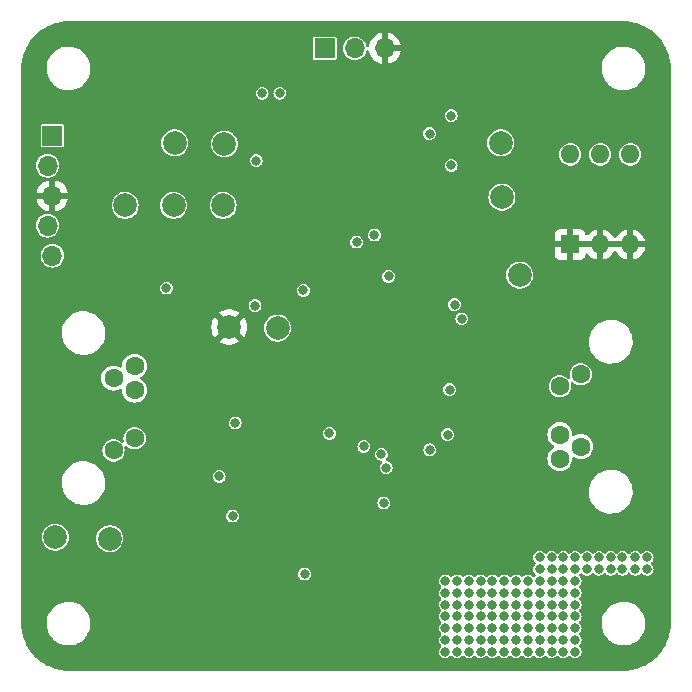
<source format=gbr>
%TF.GenerationSoftware,KiCad,Pcbnew,7.0.6*%
%TF.CreationDate,2023-09-15T11:23:22-07:00*%
%TF.ProjectId,dmxRx,646d7852-782e-46b6-9963-61645f706362,rev?*%
%TF.SameCoordinates,Original*%
%TF.FileFunction,Copper,L2,Inr*%
%TF.FilePolarity,Positive*%
%FSLAX46Y46*%
G04 Gerber Fmt 4.6, Leading zero omitted, Abs format (unit mm)*
G04 Created by KiCad (PCBNEW 7.0.6) date 2023-09-15 11:23:22*
%MOMM*%
%LPD*%
G01*
G04 APERTURE LIST*
%TA.AperFunction,ComponentPad*%
%ADD10R,1.700000X1.700000*%
%TD*%
%TA.AperFunction,ComponentPad*%
%ADD11O,1.700000X1.700000*%
%TD*%
%TA.AperFunction,ComponentPad*%
%ADD12C,2.000000*%
%TD*%
%TA.AperFunction,ComponentPad*%
%ADD13C,1.600000*%
%TD*%
%TA.AperFunction,ComponentPad*%
%ADD14R,1.600000X1.600000*%
%TD*%
%TA.AperFunction,ComponentPad*%
%ADD15O,1.600000X1.600000*%
%TD*%
%TA.AperFunction,ViaPad*%
%ADD16C,0.800000*%
%TD*%
%TA.AperFunction,ViaPad*%
%ADD17C,0.600000*%
%TD*%
G04 APERTURE END LIST*
D10*
%TO.N,MCLR*%
%TO.C,J1*%
X152633200Y-89700000D03*
D11*
%TO.N,+5V*%
X152226800Y-92240000D03*
%TO.N,GND*%
X152633200Y-94780000D03*
%TO.N,ICSPDAT*%
X152226800Y-97320000D03*
%TO.N,ICSPCLK*%
X152633200Y-99860000D03*
%TD*%
D12*
%TO.N,DOUT*%
%TO.C,TP5*%
X190700000Y-94900000D03*
%TD*%
D13*
%TO.N,+48V*%
%TO.C,CON2*%
X195600000Y-117040000D03*
X197380000Y-116020000D03*
X195600000Y-115000000D03*
%TO.N,GND*%
X197380000Y-113980000D03*
X195600000Y-112960000D03*
X197380000Y-111940000D03*
%TO.N,D-*%
X195600000Y-110920000D03*
%TO.N,D+*%
X197380000Y-109900000D03*
%TD*%
D12*
%TO.N,VDD*%
%TO.C,TP12*%
X192200000Y-101500000D03*
%TD*%
D14*
%TO.N,GND*%
%TO.C,SW1*%
X196475000Y-98900000D03*
D15*
X199015000Y-98900000D03*
X201555000Y-98900000D03*
%TO.N,Net-(U1A-RD3)*%
X201555000Y-91280000D03*
%TO.N,Net-(U1A-RD2)*%
X199015000Y-91280000D03*
%TO.N,Net-(U1A-RD1)*%
X196475000Y-91280000D03*
%TD*%
D12*
%TO.N,Net-(U1A-RB1)*%
%TO.C,TP2*%
X162900000Y-95600000D03*
%TD*%
D10*
%TO.N,+5V*%
%TO.C,J2*%
X175705000Y-82300000D03*
D11*
%TO.N,DOUT*%
X178245000Y-82300000D03*
%TO.N,GND*%
X180785000Y-82300000D03*
%TD*%
D12*
%TO.N,Net-(U1A-RB4)*%
%TO.C,TP4*%
X158800000Y-95600000D03*
%TD*%
%TO.N,GND*%
%TO.C,TP7*%
X167600000Y-105900000D03*
%TD*%
%TO.N,SW*%
%TO.C,TP11*%
X152900000Y-123700000D03*
%TD*%
%TO.N,Net-(U1A-RB3)*%
%TO.C,TP3*%
X167100000Y-95600000D03*
%TD*%
D13*
%TO.N,+48V*%
%TO.C,CON1*%
X159600000Y-109200000D03*
X157820000Y-110220000D03*
X159600000Y-111240000D03*
%TO.N,GND*%
X157820000Y-112260000D03*
X159600000Y-113280000D03*
X157820000Y-114300000D03*
%TO.N,D-*%
X159600000Y-115320000D03*
%TO.N,D+*%
X157820000Y-116340000D03*
%TD*%
D12*
%TO.N,DMX DATA IN*%
%TO.C,TP6*%
X190600000Y-90300000D03*
%TD*%
%TO.N,+5V*%
%TO.C,TP8*%
X171700000Y-106000000D03*
%TD*%
%TO.N,Net-(U1A-RC0)*%
%TO.C,TP10*%
X163000000Y-90300000D03*
%TD*%
%TO.N,VIN*%
%TO.C,TP9*%
X157500000Y-123800000D03*
%TD*%
%TO.N,Net-(U1A-RB0)*%
%TO.C,TP1*%
X167200000Y-90400000D03*
%TD*%
D16*
%TO.N,+5V*%
X194900000Y-128400000D03*
X198900000Y-125400000D03*
X190900000Y-127400000D03*
X186900000Y-130400000D03*
X196900000Y-131400000D03*
X198900000Y-126400000D03*
X185900000Y-129400000D03*
X193900000Y-133400000D03*
X185900000Y-131400000D03*
X189900000Y-130400000D03*
X191900000Y-127400000D03*
X196900000Y-129400000D03*
X203000000Y-125400000D03*
X195900000Y-127400000D03*
X190900000Y-131400000D03*
X189900000Y-132400000D03*
X196900000Y-133400000D03*
X186900000Y-129400000D03*
X185900000Y-130400000D03*
X187900000Y-133400000D03*
X195900000Y-131400000D03*
X202000000Y-125400000D03*
X193900000Y-132400000D03*
X190900000Y-128400000D03*
X187900000Y-132400000D03*
X196900000Y-127400000D03*
X185900000Y-127400000D03*
X192900000Y-132400000D03*
X194900000Y-130400000D03*
X199900000Y-126400000D03*
X196900000Y-126400000D03*
X194900000Y-131400000D03*
X193900000Y-127400000D03*
X195900000Y-126400000D03*
X202000000Y-126400000D03*
X185900000Y-132400000D03*
X169800000Y-104080500D03*
X188900000Y-131400000D03*
X186900000Y-132400000D03*
X191900000Y-132400000D03*
X186900000Y-133400000D03*
X189900000Y-127400000D03*
X191900000Y-130400000D03*
X186900000Y-127400000D03*
X190900000Y-130400000D03*
X190900000Y-133400000D03*
X191900000Y-129400000D03*
X192900000Y-133400000D03*
X187900000Y-128400000D03*
X188900000Y-133400000D03*
X169900000Y-91800000D03*
X192900000Y-128400000D03*
X195900000Y-128400000D03*
X185900000Y-133400000D03*
X190900000Y-132400000D03*
X188900000Y-127400000D03*
X194900000Y-126400000D03*
X195900000Y-130400000D03*
X192900000Y-129400000D03*
X188900000Y-129400000D03*
X187900000Y-131400000D03*
X187900000Y-130400000D03*
X194900000Y-133400000D03*
X189900000Y-128400000D03*
X181100000Y-101600000D03*
X170400000Y-86100000D03*
X189900000Y-133400000D03*
X191900000Y-128400000D03*
X193900000Y-131400000D03*
X188900000Y-128400000D03*
X195900000Y-133400000D03*
X190900000Y-129400000D03*
X187900000Y-127400000D03*
X191900000Y-131400000D03*
X186400000Y-92200000D03*
X195900000Y-129400000D03*
X188900000Y-132400000D03*
X189900000Y-129400000D03*
X194900000Y-125400000D03*
X196900000Y-132400000D03*
X192900000Y-130400000D03*
X200900000Y-125400000D03*
X199900000Y-125400000D03*
X203000000Y-126400000D03*
X200900000Y-126400000D03*
X187900000Y-129400000D03*
X189900000Y-131400000D03*
X194900000Y-127400000D03*
X196900000Y-128400000D03*
X188900000Y-130400000D03*
X196900000Y-125400000D03*
X186900000Y-128400000D03*
X194900000Y-129400000D03*
X197900000Y-126400000D03*
X193900000Y-125400000D03*
X195900000Y-125400000D03*
X195900000Y-132400000D03*
X191900000Y-133400000D03*
X193900000Y-129400000D03*
X192900000Y-127400000D03*
X192900000Y-131400000D03*
X196900000Y-130400000D03*
X185900000Y-128400000D03*
X193900000Y-130400000D03*
X193900000Y-128400000D03*
X186900000Y-131400000D03*
X193900000Y-126400000D03*
X162300000Y-102600000D03*
X194900000Y-132400000D03*
X197900000Y-125400000D03*
%TO.N,D+*%
X187300000Y-105200000D03*
%TO.N,D-*%
X186700000Y-104000000D03*
%TO.N,MCLR*%
X171900000Y-86100000D03*
X178400000Y-98700000D03*
%TO.N,DOUT*%
X179900000Y-98100000D03*
%TO.N,DMX DATA IN*%
X173900000Y-102800000D03*
X184575354Y-89525354D03*
%TO.N,VIN*%
X167900000Y-121900000D03*
%TO.N,SW*%
X174000000Y-126800000D03*
X180700000Y-120793099D03*
X166758899Y-118541101D03*
X184600000Y-116300000D03*
%TO.N,GND*%
X169100000Y-133500000D03*
X166100000Y-129400000D03*
X167100000Y-133500000D03*
X162100000Y-129400000D03*
X191400000Y-120100000D03*
X168100000Y-130400000D03*
X159100000Y-129400000D03*
X166100000Y-133500000D03*
X159100000Y-131400000D03*
X166100000Y-131400000D03*
X161100000Y-132400000D03*
X168100000Y-129400000D03*
X176300000Y-89800000D03*
X159100000Y-130400000D03*
X160100000Y-129400000D03*
X188000000Y-120400000D03*
X178300000Y-92800000D03*
X176300000Y-93900000D03*
X164100000Y-132400000D03*
D17*
X175200000Y-119100000D03*
D16*
X177300000Y-92800000D03*
X179300000Y-93900000D03*
X158100000Y-132400000D03*
X161100000Y-133500000D03*
X167100000Y-132400000D03*
D17*
X178000000Y-119100000D03*
D16*
X165100000Y-129400000D03*
X181030127Y-118930127D03*
X171100000Y-133500000D03*
X161100000Y-130400000D03*
X166100000Y-130400000D03*
D17*
X178000000Y-119800000D03*
D16*
X189000000Y-122400000D03*
X170100000Y-129400000D03*
X190500000Y-119200000D03*
X189000000Y-119400000D03*
X167100000Y-129400000D03*
X188600000Y-112800000D03*
D17*
X175900000Y-119800000D03*
D16*
X158100000Y-131400000D03*
X172800000Y-111700000D03*
X177300000Y-89800000D03*
X160100000Y-133500000D03*
X186000000Y-121400000D03*
X161100000Y-127400000D03*
X160100000Y-127400000D03*
X162100000Y-133500000D03*
X160100000Y-130400000D03*
D17*
X174500000Y-118400000D03*
D16*
X164100000Y-131400000D03*
X189000000Y-118400000D03*
X190500000Y-121000000D03*
X176300000Y-92800000D03*
X187200000Y-109000000D03*
X167100000Y-130400000D03*
X179300000Y-91800000D03*
X180300000Y-90800000D03*
X180300000Y-89800000D03*
X160100000Y-131400000D03*
X188000000Y-121400000D03*
D17*
X178000000Y-118400000D03*
D16*
X171100000Y-130400000D03*
X191000000Y-122400000D03*
X177200000Y-113100000D03*
D17*
X175900000Y-118400000D03*
D16*
X165100000Y-132400000D03*
D17*
X178900000Y-122800000D03*
D16*
X164100000Y-133500000D03*
D17*
X176600000Y-119100000D03*
D16*
X180600000Y-108000000D03*
X159100000Y-133500000D03*
X159100000Y-127400000D03*
D17*
X177300000Y-119100000D03*
D16*
X190000000Y-122400000D03*
X162100000Y-131400000D03*
D17*
X174500000Y-119100000D03*
D16*
X180300000Y-92800000D03*
X179300000Y-90800000D03*
X170100000Y-130400000D03*
X165100000Y-130400000D03*
X189000000Y-121400000D03*
D17*
X178900000Y-121600000D03*
D16*
X192000000Y-122400000D03*
X163100000Y-129400000D03*
X167100000Y-131400000D03*
X163100000Y-133500000D03*
X163100000Y-131400000D03*
X191400000Y-121000000D03*
X187000000Y-121400000D03*
D17*
X174500000Y-119800000D03*
D16*
X186000000Y-118400000D03*
X165340000Y-103910000D03*
X180300000Y-91800000D03*
X162100000Y-132400000D03*
X175000000Y-112100000D03*
X192300000Y-121000000D03*
X177300000Y-90800000D03*
X158100000Y-129400000D03*
D17*
X176600000Y-118400000D03*
D16*
X161100000Y-128400000D03*
X171100000Y-129400000D03*
X176300000Y-91800000D03*
D17*
X175900000Y-119100000D03*
D16*
X172100000Y-130400000D03*
X165100000Y-133500000D03*
X158100000Y-127400000D03*
X165100000Y-131400000D03*
X172000000Y-118700000D03*
D17*
X177300000Y-119800000D03*
D16*
X178300000Y-91800000D03*
X160100000Y-132400000D03*
X168100000Y-133500000D03*
X179300000Y-89800000D03*
X188000000Y-118400000D03*
X178300000Y-89800000D03*
X158100000Y-130400000D03*
D17*
X177300000Y-118400000D03*
D16*
X166100000Y-132400000D03*
X169100000Y-129400000D03*
X164100000Y-130400000D03*
X176266759Y-116148648D03*
X172100000Y-133500000D03*
D17*
X178900000Y-122200000D03*
D16*
X160100000Y-128400000D03*
X169100000Y-130400000D03*
X176300000Y-90800000D03*
X190500000Y-120100000D03*
X178300000Y-90800000D03*
X187000000Y-120400000D03*
X162100000Y-130400000D03*
X161100000Y-131400000D03*
X159100000Y-132400000D03*
X159100000Y-128400000D03*
X188000000Y-119400000D03*
X189000000Y-120400000D03*
X163100000Y-130400000D03*
X186000000Y-120400000D03*
X186000000Y-119400000D03*
X164100000Y-129400000D03*
X177300000Y-93900000D03*
X163100000Y-132400000D03*
X178300000Y-93900000D03*
X187000000Y-118400000D03*
X187000000Y-119400000D03*
X180300000Y-93900000D03*
D17*
X176600000Y-119800000D03*
X175200000Y-118400000D03*
D16*
X179300000Y-92800000D03*
X177300000Y-91800000D03*
X170100000Y-133500000D03*
X158100000Y-128400000D03*
X172100000Y-129400000D03*
D17*
X175200000Y-119800000D03*
D16*
X158100000Y-133500000D03*
X161100000Y-129400000D03*
%TO.N,VDD*%
X176100000Y-114900000D03*
X179000000Y-116000000D03*
X168119873Y-114019873D03*
%TO.N,Net-(U1A-RC0)*%
X186400000Y-88000000D03*
%TO.N,Net-(U2A-FREQ)*%
X186264500Y-111188502D03*
X180500000Y-116664500D03*
%TO.N,Net-(U2A-EN)*%
X180900000Y-117800000D03*
X186100000Y-115000000D03*
%TD*%
%TA.AperFunction,Conductor*%
%TO.N,GND*%
G36*
X198687359Y-98661955D02*
G01*
X198629835Y-98774852D01*
X198610014Y-98900000D01*
X198629835Y-99025148D01*
X198687359Y-99138045D01*
X198699314Y-99150000D01*
X196790686Y-99150000D01*
X196802641Y-99138045D01*
X196860165Y-99025148D01*
X196879986Y-98900000D01*
X196860165Y-98774852D01*
X196802641Y-98661955D01*
X196790686Y-98650000D01*
X198699314Y-98650000D01*
X198687359Y-98661955D01*
G37*
%TD.AperFunction*%
%TA.AperFunction,Conductor*%
G36*
X201227359Y-98661955D02*
G01*
X201169835Y-98774852D01*
X201150014Y-98900000D01*
X201169835Y-99025148D01*
X201227359Y-99138045D01*
X201239314Y-99150000D01*
X199330686Y-99150000D01*
X199342641Y-99138045D01*
X199400165Y-99025148D01*
X199419986Y-98900000D01*
X199400165Y-98774852D01*
X199342641Y-98661955D01*
X199330686Y-98650000D01*
X201239314Y-98650000D01*
X201227359Y-98661955D01*
G37*
%TD.AperFunction*%
%TA.AperFunction,Conductor*%
G36*
X201001423Y-80000566D02*
G01*
X201040986Y-80002394D01*
X201172950Y-80008495D01*
X201372549Y-80018302D01*
X201378048Y-80018819D01*
X201563357Y-80044668D01*
X201749828Y-80072329D01*
X201754871Y-80073294D01*
X201939341Y-80116681D01*
X202120221Y-80161989D01*
X202124797Y-80163327D01*
X202305568Y-80223916D01*
X202480339Y-80286450D01*
X202484471Y-80288100D01*
X202542986Y-80313936D01*
X202659474Y-80365370D01*
X202826973Y-80444592D01*
X202830601Y-80446457D01*
X202998128Y-80539770D01*
X202998142Y-80539778D01*
X203156964Y-80634972D01*
X203160119Y-80636996D01*
X203318603Y-80745559D01*
X203467377Y-80855897D01*
X203470001Y-80857957D01*
X203618027Y-80980876D01*
X203755321Y-81105314D01*
X203757514Y-81107402D01*
X203892596Y-81242484D01*
X203894687Y-81244680D01*
X204019129Y-81381980D01*
X204142034Y-81529989D01*
X204144109Y-81532632D01*
X204254443Y-81681400D01*
X204363002Y-81839879D01*
X204365032Y-81843044D01*
X204460221Y-82001857D01*
X204553527Y-82169371D01*
X204555410Y-82173034D01*
X204634638Y-82340547D01*
X204711899Y-82515527D01*
X204713558Y-82519685D01*
X204776093Y-82694459D01*
X204836662Y-82875173D01*
X204838018Y-82879812D01*
X204883317Y-83060654D01*
X204926696Y-83245090D01*
X204927672Y-83250189D01*
X204955337Y-83436689D01*
X204981177Y-83621933D01*
X204981697Y-83627459D01*
X204991512Y-83827238D01*
X204999434Y-83998575D01*
X204999500Y-84001439D01*
X204999500Y-130998560D01*
X204999434Y-131001424D01*
X204991512Y-131172761D01*
X204981697Y-131372539D01*
X204981177Y-131378065D01*
X204955337Y-131563310D01*
X204927672Y-131749809D01*
X204926696Y-131754908D01*
X204883317Y-131939345D01*
X204838018Y-132120186D01*
X204836662Y-132124825D01*
X204776093Y-132305540D01*
X204713557Y-132480314D01*
X204711899Y-132484470D01*
X204634638Y-132659452D01*
X204555410Y-132826964D01*
X204553527Y-132830627D01*
X204460221Y-132998142D01*
X204365032Y-133156954D01*
X204363002Y-133160118D01*
X204254437Y-133318608D01*
X204144121Y-133467350D01*
X204142021Y-133470025D01*
X204019132Y-133618016D01*
X203894695Y-133755310D01*
X203892596Y-133757514D01*
X203757514Y-133892596D01*
X203755310Y-133894695D01*
X203618016Y-134019132D01*
X203470025Y-134142021D01*
X203467350Y-134144121D01*
X203318608Y-134254437D01*
X203160118Y-134363002D01*
X203156954Y-134365032D01*
X202998142Y-134460221D01*
X202830627Y-134553527D01*
X202826964Y-134555410D01*
X202659452Y-134634638D01*
X202484470Y-134711899D01*
X202480314Y-134713557D01*
X202305540Y-134776093D01*
X202124825Y-134836662D01*
X202120186Y-134838018D01*
X201939345Y-134883317D01*
X201754908Y-134926696D01*
X201749809Y-134927672D01*
X201563310Y-134955337D01*
X201378065Y-134981177D01*
X201372539Y-134981697D01*
X201172761Y-134991512D01*
X201001424Y-134999434D01*
X200998560Y-134999500D01*
X154001440Y-134999500D01*
X153998576Y-134999434D01*
X153827238Y-134991512D01*
X153627459Y-134981697D01*
X153621933Y-134981177D01*
X153436689Y-134955337D01*
X153250189Y-134927672D01*
X153245090Y-134926696D01*
X153060654Y-134883317D01*
X152879812Y-134838018D01*
X152875173Y-134836662D01*
X152694459Y-134776093D01*
X152519685Y-134713558D01*
X152515527Y-134711899D01*
X152340547Y-134634638D01*
X152173034Y-134555410D01*
X152169371Y-134553527D01*
X152001857Y-134460221D01*
X151843044Y-134365032D01*
X151839879Y-134363002D01*
X151730371Y-134287989D01*
X151681392Y-134254437D01*
X151532632Y-134144109D01*
X151529989Y-134142034D01*
X151381980Y-134019129D01*
X151300372Y-133945164D01*
X151244680Y-133894687D01*
X151242484Y-133892596D01*
X151107402Y-133757514D01*
X151105314Y-133755321D01*
X150980867Y-133618016D01*
X150857957Y-133470001D01*
X150855897Y-133467377D01*
X150805927Y-133400000D01*
X185354836Y-133400000D01*
X185373411Y-133541097D01*
X185373413Y-133541102D01*
X185427871Y-133672577D01*
X185427871Y-133672578D01*
X185427873Y-133672581D01*
X185427874Y-133672582D01*
X185514511Y-133785489D01*
X185627418Y-133872126D01*
X185627421Y-133872127D01*
X185627422Y-133872128D01*
X185676837Y-133892596D01*
X185758901Y-133926588D01*
X185829450Y-133935876D01*
X185899999Y-133945164D01*
X185900000Y-133945164D01*
X185900001Y-133945164D01*
X185947032Y-133938972D01*
X186041099Y-133926588D01*
X186172577Y-133872128D01*
X186172578Y-133872128D01*
X186172578Y-133872127D01*
X186172582Y-133872126D01*
X186285489Y-133785489D01*
X186301624Y-133764460D01*
X186358052Y-133723258D01*
X186427798Y-133719103D01*
X186488718Y-133753315D01*
X186498372Y-133764456D01*
X186514511Y-133785489D01*
X186627418Y-133872126D01*
X186627421Y-133872127D01*
X186627422Y-133872128D01*
X186676837Y-133892596D01*
X186758901Y-133926588D01*
X186829450Y-133935876D01*
X186899999Y-133945164D01*
X186900000Y-133945164D01*
X186900001Y-133945164D01*
X186947032Y-133938972D01*
X187041099Y-133926588D01*
X187172577Y-133872128D01*
X187172578Y-133872128D01*
X187172578Y-133872127D01*
X187172582Y-133872126D01*
X187285489Y-133785489D01*
X187301624Y-133764460D01*
X187358052Y-133723258D01*
X187427798Y-133719103D01*
X187488718Y-133753315D01*
X187498372Y-133764456D01*
X187514511Y-133785489D01*
X187627418Y-133872126D01*
X187627421Y-133872127D01*
X187627422Y-133872128D01*
X187676837Y-133892596D01*
X187758901Y-133926588D01*
X187829450Y-133935876D01*
X187899999Y-133945164D01*
X187900000Y-133945164D01*
X187900001Y-133945164D01*
X187947032Y-133938972D01*
X188041099Y-133926588D01*
X188172577Y-133872128D01*
X188172578Y-133872128D01*
X188172578Y-133872127D01*
X188172582Y-133872126D01*
X188285489Y-133785489D01*
X188301624Y-133764460D01*
X188358052Y-133723258D01*
X188427798Y-133719103D01*
X188488718Y-133753315D01*
X188498372Y-133764456D01*
X188514511Y-133785489D01*
X188627418Y-133872126D01*
X188627421Y-133872127D01*
X188627422Y-133872128D01*
X188676837Y-133892596D01*
X188758901Y-133926588D01*
X188829450Y-133935876D01*
X188899999Y-133945164D01*
X188900000Y-133945164D01*
X188900001Y-133945164D01*
X188947032Y-133938972D01*
X189041099Y-133926588D01*
X189172577Y-133872128D01*
X189172578Y-133872128D01*
X189172578Y-133872127D01*
X189172582Y-133872126D01*
X189285489Y-133785489D01*
X189301624Y-133764460D01*
X189358052Y-133723258D01*
X189427798Y-133719103D01*
X189488718Y-133753315D01*
X189498372Y-133764456D01*
X189514511Y-133785489D01*
X189627418Y-133872126D01*
X189627421Y-133872127D01*
X189627422Y-133872128D01*
X189676837Y-133892596D01*
X189758901Y-133926588D01*
X189829450Y-133935876D01*
X189899999Y-133945164D01*
X189900000Y-133945164D01*
X189900001Y-133945164D01*
X189947032Y-133938972D01*
X190041099Y-133926588D01*
X190172577Y-133872128D01*
X190172578Y-133872128D01*
X190172578Y-133872127D01*
X190172582Y-133872126D01*
X190285489Y-133785489D01*
X190301624Y-133764460D01*
X190358052Y-133723258D01*
X190427798Y-133719103D01*
X190488718Y-133753315D01*
X190498372Y-133764456D01*
X190514511Y-133785489D01*
X190627418Y-133872126D01*
X190627421Y-133872127D01*
X190627422Y-133872128D01*
X190676837Y-133892596D01*
X190758901Y-133926588D01*
X190829450Y-133935876D01*
X190899999Y-133945164D01*
X190900000Y-133945164D01*
X190900001Y-133945164D01*
X190947032Y-133938972D01*
X191041099Y-133926588D01*
X191172577Y-133872128D01*
X191172578Y-133872128D01*
X191172578Y-133872127D01*
X191172582Y-133872126D01*
X191285489Y-133785489D01*
X191301624Y-133764460D01*
X191358052Y-133723258D01*
X191427798Y-133719103D01*
X191488718Y-133753315D01*
X191498372Y-133764456D01*
X191514511Y-133785489D01*
X191627418Y-133872126D01*
X191627421Y-133872127D01*
X191627422Y-133872128D01*
X191676837Y-133892596D01*
X191758901Y-133926588D01*
X191829450Y-133935876D01*
X191899999Y-133945164D01*
X191900000Y-133945164D01*
X191900001Y-133945164D01*
X191947032Y-133938972D01*
X192041099Y-133926588D01*
X192172577Y-133872128D01*
X192172578Y-133872128D01*
X192172578Y-133872127D01*
X192172582Y-133872126D01*
X192285489Y-133785489D01*
X192301624Y-133764460D01*
X192358052Y-133723258D01*
X192427798Y-133719103D01*
X192488718Y-133753315D01*
X192498372Y-133764456D01*
X192514511Y-133785489D01*
X192627418Y-133872126D01*
X192627421Y-133872127D01*
X192627422Y-133872128D01*
X192676837Y-133892596D01*
X192758901Y-133926588D01*
X192829450Y-133935876D01*
X192899999Y-133945164D01*
X192900000Y-133945164D01*
X192900001Y-133945164D01*
X192947032Y-133938972D01*
X193041099Y-133926588D01*
X193172577Y-133872128D01*
X193172578Y-133872128D01*
X193172578Y-133872127D01*
X193172582Y-133872126D01*
X193285489Y-133785489D01*
X193301624Y-133764460D01*
X193358052Y-133723258D01*
X193427798Y-133719103D01*
X193488718Y-133753315D01*
X193498372Y-133764456D01*
X193514511Y-133785489D01*
X193627418Y-133872126D01*
X193627421Y-133872127D01*
X193627422Y-133872128D01*
X193676837Y-133892596D01*
X193758901Y-133926588D01*
X193829450Y-133935876D01*
X193899999Y-133945164D01*
X193900000Y-133945164D01*
X193900001Y-133945164D01*
X193947032Y-133938972D01*
X194041099Y-133926588D01*
X194172577Y-133872128D01*
X194172578Y-133872128D01*
X194172578Y-133872127D01*
X194172582Y-133872126D01*
X194285489Y-133785489D01*
X194301624Y-133764460D01*
X194358052Y-133723258D01*
X194427798Y-133719103D01*
X194488718Y-133753315D01*
X194498372Y-133764456D01*
X194514511Y-133785489D01*
X194627418Y-133872126D01*
X194627421Y-133872127D01*
X194627422Y-133872128D01*
X194676837Y-133892596D01*
X194758901Y-133926588D01*
X194829450Y-133935876D01*
X194899999Y-133945164D01*
X194900000Y-133945164D01*
X194900001Y-133945164D01*
X194947032Y-133938972D01*
X195041099Y-133926588D01*
X195172577Y-133872128D01*
X195172578Y-133872128D01*
X195172578Y-133872127D01*
X195172582Y-133872126D01*
X195285489Y-133785489D01*
X195301624Y-133764460D01*
X195358052Y-133723258D01*
X195427798Y-133719103D01*
X195488718Y-133753315D01*
X195498372Y-133764456D01*
X195514511Y-133785489D01*
X195627418Y-133872126D01*
X195627421Y-133872127D01*
X195627422Y-133872128D01*
X195676837Y-133892596D01*
X195758901Y-133926588D01*
X195829450Y-133935876D01*
X195899999Y-133945164D01*
X195900000Y-133945164D01*
X195900001Y-133945164D01*
X195947032Y-133938972D01*
X196041099Y-133926588D01*
X196172577Y-133872128D01*
X196172578Y-133872128D01*
X196172578Y-133872127D01*
X196172582Y-133872126D01*
X196285489Y-133785489D01*
X196301624Y-133764460D01*
X196358052Y-133723258D01*
X196427798Y-133719103D01*
X196488718Y-133753315D01*
X196498372Y-133764456D01*
X196514511Y-133785489D01*
X196627418Y-133872126D01*
X196627421Y-133872127D01*
X196627422Y-133872128D01*
X196676837Y-133892596D01*
X196758901Y-133926588D01*
X196829450Y-133935876D01*
X196899999Y-133945164D01*
X196900000Y-133945164D01*
X196900001Y-133945164D01*
X196947032Y-133938972D01*
X197041099Y-133926588D01*
X197172577Y-133872128D01*
X197172578Y-133872128D01*
X197172578Y-133872127D01*
X197172582Y-133872126D01*
X197285489Y-133785489D01*
X197372126Y-133672582D01*
X197426588Y-133541099D01*
X197445164Y-133400000D01*
X197426588Y-133258901D01*
X197372128Y-133127422D01*
X197372128Y-133127421D01*
X197372126Y-133127418D01*
X197285489Y-133014511D01*
X197285487Y-133014510D01*
X197285487Y-133014509D01*
X197274541Y-133006110D01*
X197264460Y-132998375D01*
X197223258Y-132941948D01*
X197219103Y-132872202D01*
X197253315Y-132811282D01*
X197264460Y-132801625D01*
X197285489Y-132785489D01*
X197372126Y-132672582D01*
X197426588Y-132541099D01*
X197445164Y-132400000D01*
X197426588Y-132258901D01*
X197372128Y-132127422D01*
X197372128Y-132127421D01*
X197370136Y-132124825D01*
X197285489Y-132014511D01*
X197285487Y-132014510D01*
X197285487Y-132014509D01*
X197274541Y-132006110D01*
X197264460Y-131998375D01*
X197223258Y-131941948D01*
X197219103Y-131872202D01*
X197253315Y-131811282D01*
X197264460Y-131801625D01*
X197285489Y-131785489D01*
X197372126Y-131672582D01*
X197426588Y-131541099D01*
X197445164Y-131400000D01*
X197426588Y-131258901D01*
X197372128Y-131127422D01*
X197372128Y-131127421D01*
X197326351Y-131067763D01*
X199145787Y-131067763D01*
X199175413Y-131337013D01*
X199175415Y-131337024D01*
X199234564Y-131563270D01*
X199243928Y-131599088D01*
X199349870Y-131848390D01*
X199451252Y-132014510D01*
X199490979Y-132079605D01*
X199490986Y-132079615D01*
X199664253Y-132287819D01*
X199664259Y-132287824D01*
X199789456Y-132400000D01*
X199865998Y-132468582D01*
X200091910Y-132618044D01*
X200337176Y-132733020D01*
X200337183Y-132733022D01*
X200337185Y-132733023D01*
X200596557Y-132811057D01*
X200596564Y-132811058D01*
X200596569Y-132811060D01*
X200864561Y-132850500D01*
X200864566Y-132850500D01*
X201067636Y-132850500D01*
X201119133Y-132846730D01*
X201270156Y-132835677D01*
X201382758Y-132810593D01*
X201534546Y-132776782D01*
X201534548Y-132776781D01*
X201534553Y-132776780D01*
X201787558Y-132680014D01*
X202023777Y-132547441D01*
X202238177Y-132381888D01*
X202426186Y-132186881D01*
X202583799Y-131966579D01*
X202692626Y-131754909D01*
X202707649Y-131725690D01*
X202707651Y-131725684D01*
X202707656Y-131725675D01*
X202795118Y-131469305D01*
X202844319Y-131202933D01*
X202854212Y-130932235D01*
X202824586Y-130662982D01*
X202756072Y-130400912D01*
X202650130Y-130151610D01*
X202509018Y-129920390D01*
X202419747Y-129813119D01*
X202335746Y-129712180D01*
X202335740Y-129712175D01*
X202134002Y-129531418D01*
X201908092Y-129381957D01*
X201908090Y-129381956D01*
X201662824Y-129266980D01*
X201662819Y-129266978D01*
X201662814Y-129266976D01*
X201403442Y-129188942D01*
X201403428Y-129188939D01*
X201287791Y-129171921D01*
X201135439Y-129149500D01*
X200932369Y-129149500D01*
X200932364Y-129149500D01*
X200729844Y-129164323D01*
X200729831Y-129164325D01*
X200465453Y-129223217D01*
X200465446Y-129223220D01*
X200212439Y-129319987D01*
X199976226Y-129452557D01*
X199761822Y-129618112D01*
X199573822Y-129813109D01*
X199573816Y-129813116D01*
X199416202Y-130033419D01*
X199416199Y-130033424D01*
X199292350Y-130274309D01*
X199292343Y-130274327D01*
X199204884Y-130530685D01*
X199204881Y-130530699D01*
X199202960Y-130541099D01*
X199157820Y-130785490D01*
X199155681Y-130797068D01*
X199155680Y-130797075D01*
X199145787Y-131067763D01*
X197326351Y-131067763D01*
X197285487Y-131014509D01*
X197274541Y-131006110D01*
X197264460Y-130998375D01*
X197223258Y-130941948D01*
X197219103Y-130872202D01*
X197253315Y-130811282D01*
X197264460Y-130801625D01*
X197285489Y-130785489D01*
X197372126Y-130672582D01*
X197426588Y-130541099D01*
X197445164Y-130400000D01*
X197426588Y-130258901D01*
X197372128Y-130127422D01*
X197372128Y-130127421D01*
X197372126Y-130127418D01*
X197285489Y-130014511D01*
X197285487Y-130014510D01*
X197285487Y-130014509D01*
X197274541Y-130006110D01*
X197264460Y-129998375D01*
X197223258Y-129941948D01*
X197219103Y-129872202D01*
X197253315Y-129811282D01*
X197264460Y-129801625D01*
X197285489Y-129785489D01*
X197372126Y-129672582D01*
X197426588Y-129541099D01*
X197445164Y-129400000D01*
X197442788Y-129381956D01*
X197426588Y-129258902D01*
X197426586Y-129258897D01*
X197372128Y-129127422D01*
X197372128Y-129127421D01*
X197285487Y-129014509D01*
X197274541Y-129006110D01*
X197264460Y-128998375D01*
X197223258Y-128941948D01*
X197219103Y-128872202D01*
X197253315Y-128811282D01*
X197264460Y-128801625D01*
X197285489Y-128785489D01*
X197372126Y-128672582D01*
X197426588Y-128541099D01*
X197445164Y-128400000D01*
X197426588Y-128258901D01*
X197372128Y-128127422D01*
X197372128Y-128127421D01*
X197285487Y-128014509D01*
X197274541Y-128006110D01*
X197264460Y-127998375D01*
X197223258Y-127941948D01*
X197219103Y-127872202D01*
X197253315Y-127811282D01*
X197264460Y-127801625D01*
X197285489Y-127785489D01*
X197372126Y-127672582D01*
X197426588Y-127541099D01*
X197445164Y-127400000D01*
X197426588Y-127258901D01*
X197372128Y-127127422D01*
X197372128Y-127127421D01*
X197336428Y-127080896D01*
X197285489Y-127014511D01*
X197285487Y-127014510D01*
X197285487Y-127014509D01*
X197274541Y-127006110D01*
X197264460Y-126998375D01*
X197223258Y-126941948D01*
X197219103Y-126872202D01*
X197253315Y-126811282D01*
X197264460Y-126801625D01*
X197285489Y-126785489D01*
X197301624Y-126764460D01*
X197358052Y-126723258D01*
X197427798Y-126719103D01*
X197488718Y-126753315D01*
X197498372Y-126764456D01*
X197506110Y-126774541D01*
X197514507Y-126785485D01*
X197514511Y-126785489D01*
X197627418Y-126872126D01*
X197627421Y-126872127D01*
X197627422Y-126872128D01*
X197693159Y-126899356D01*
X197758901Y-126926588D01*
X197829450Y-126935876D01*
X197899999Y-126945164D01*
X197900000Y-126945164D01*
X197900001Y-126945164D01*
X197947032Y-126938972D01*
X198041099Y-126926588D01*
X198172577Y-126872128D01*
X198172578Y-126872128D01*
X198172578Y-126872127D01*
X198172582Y-126872126D01*
X198285489Y-126785489D01*
X198301624Y-126764460D01*
X198358052Y-126723258D01*
X198427798Y-126719103D01*
X198488718Y-126753315D01*
X198498372Y-126764456D01*
X198506110Y-126774541D01*
X198514507Y-126785485D01*
X198514511Y-126785489D01*
X198627418Y-126872126D01*
X198627421Y-126872127D01*
X198627422Y-126872128D01*
X198693159Y-126899356D01*
X198758901Y-126926588D01*
X198829450Y-126935876D01*
X198899999Y-126945164D01*
X198900000Y-126945164D01*
X198900001Y-126945164D01*
X198947032Y-126938972D01*
X199041099Y-126926588D01*
X199172577Y-126872128D01*
X199172578Y-126872128D01*
X199172578Y-126872127D01*
X199172582Y-126872126D01*
X199285489Y-126785489D01*
X199301624Y-126764460D01*
X199358052Y-126723258D01*
X199427798Y-126719103D01*
X199488718Y-126753315D01*
X199498372Y-126764456D01*
X199506110Y-126774541D01*
X199514507Y-126785485D01*
X199514511Y-126785489D01*
X199627418Y-126872126D01*
X199627421Y-126872127D01*
X199627422Y-126872128D01*
X199693159Y-126899356D01*
X199758901Y-126926588D01*
X199829450Y-126935876D01*
X199899999Y-126945164D01*
X199900000Y-126945164D01*
X199900001Y-126945164D01*
X199947032Y-126938972D01*
X200041099Y-126926588D01*
X200172577Y-126872128D01*
X200172578Y-126872128D01*
X200172578Y-126872127D01*
X200172582Y-126872126D01*
X200285489Y-126785489D01*
X200301624Y-126764460D01*
X200358052Y-126723258D01*
X200427798Y-126719103D01*
X200488718Y-126753315D01*
X200498372Y-126764456D01*
X200506110Y-126774541D01*
X200514507Y-126785485D01*
X200514511Y-126785489D01*
X200627418Y-126872126D01*
X200627421Y-126872127D01*
X200627422Y-126872128D01*
X200693159Y-126899356D01*
X200758901Y-126926588D01*
X200829450Y-126935876D01*
X200899999Y-126945164D01*
X200900000Y-126945164D01*
X200900001Y-126945164D01*
X200947032Y-126938972D01*
X201041099Y-126926588D01*
X201172577Y-126872128D01*
X201172578Y-126872128D01*
X201172578Y-126872127D01*
X201172582Y-126872126D01*
X201285489Y-126785489D01*
X201351626Y-126699296D01*
X201408052Y-126658097D01*
X201477798Y-126653942D01*
X201538718Y-126688154D01*
X201548365Y-126699286D01*
X201614511Y-126785489D01*
X201727418Y-126872126D01*
X201727421Y-126872127D01*
X201727422Y-126872128D01*
X201793159Y-126899356D01*
X201858901Y-126926588D01*
X201929450Y-126935876D01*
X201999999Y-126945164D01*
X202000000Y-126945164D01*
X202000001Y-126945164D01*
X202047032Y-126938972D01*
X202141099Y-126926588D01*
X202272577Y-126872128D01*
X202272578Y-126872128D01*
X202272578Y-126872127D01*
X202272582Y-126872126D01*
X202385489Y-126785489D01*
X202401625Y-126764459D01*
X202458048Y-126723259D01*
X202527794Y-126719102D01*
X202588715Y-126753313D01*
X202598373Y-126764459D01*
X202613496Y-126784167D01*
X202614511Y-126785489D01*
X202727418Y-126872126D01*
X202727421Y-126872127D01*
X202727422Y-126872128D01*
X202793159Y-126899356D01*
X202858901Y-126926588D01*
X202929450Y-126935876D01*
X202999999Y-126945164D01*
X203000000Y-126945164D01*
X203000001Y-126945164D01*
X203047032Y-126938972D01*
X203141099Y-126926588D01*
X203272577Y-126872128D01*
X203272578Y-126872128D01*
X203272578Y-126872127D01*
X203272582Y-126872126D01*
X203385489Y-126785489D01*
X203472126Y-126672582D01*
X203526588Y-126541099D01*
X203545164Y-126400000D01*
X203526588Y-126258901D01*
X203479847Y-126146057D01*
X203472128Y-126127422D01*
X203472128Y-126127421D01*
X203472126Y-126127418D01*
X203385489Y-126014511D01*
X203385487Y-126014510D01*
X203385487Y-126014509D01*
X203374541Y-126006110D01*
X203364460Y-125998375D01*
X203323258Y-125941948D01*
X203319103Y-125872202D01*
X203353315Y-125811282D01*
X203364460Y-125801625D01*
X203385489Y-125785489D01*
X203472126Y-125672582D01*
X203526588Y-125541099D01*
X203545164Y-125400000D01*
X203526588Y-125258901D01*
X203479847Y-125146057D01*
X203472128Y-125127422D01*
X203472128Y-125127421D01*
X203472126Y-125127418D01*
X203385489Y-125014511D01*
X203272582Y-124927874D01*
X203272579Y-124927873D01*
X203272577Y-124927871D01*
X203141102Y-124873413D01*
X203141097Y-124873411D01*
X203000001Y-124854836D01*
X202999999Y-124854836D01*
X202858902Y-124873411D01*
X202858897Y-124873413D01*
X202727422Y-124927871D01*
X202727421Y-124927871D01*
X202614508Y-125014513D01*
X202598372Y-125035542D01*
X202541942Y-125076743D01*
X202472196Y-125080895D01*
X202411277Y-125046680D01*
X202401628Y-125035544D01*
X202385489Y-125014511D01*
X202272582Y-124927874D01*
X202272579Y-124927873D01*
X202272577Y-124927871D01*
X202141102Y-124873413D01*
X202141097Y-124873411D01*
X202000001Y-124854836D01*
X201999999Y-124854836D01*
X201858902Y-124873411D01*
X201858897Y-124873413D01*
X201727422Y-124927871D01*
X201727421Y-124927871D01*
X201659673Y-124979856D01*
X201614511Y-125014511D01*
X201614510Y-125014512D01*
X201614509Y-125014513D01*
X201548375Y-125100700D01*
X201491947Y-125141902D01*
X201422201Y-125146057D01*
X201361281Y-125111844D01*
X201351625Y-125100700D01*
X201310173Y-125046680D01*
X201285489Y-125014511D01*
X201172582Y-124927874D01*
X201172579Y-124927873D01*
X201172577Y-124927871D01*
X201041102Y-124873413D01*
X201041097Y-124873411D01*
X200900001Y-124854836D01*
X200899999Y-124854836D01*
X200758902Y-124873411D01*
X200758897Y-124873413D01*
X200627422Y-124927871D01*
X200627421Y-124927871D01*
X200542737Y-124992851D01*
X200514511Y-125014511D01*
X200498377Y-125035538D01*
X200498375Y-125035540D01*
X200441946Y-125076742D01*
X200372200Y-125080896D01*
X200311280Y-125046682D01*
X200301625Y-125035540D01*
X200285489Y-125014511D01*
X200172582Y-124927874D01*
X200172579Y-124927873D01*
X200172577Y-124927871D01*
X200041102Y-124873413D01*
X200041097Y-124873411D01*
X199900001Y-124854836D01*
X199899999Y-124854836D01*
X199758902Y-124873411D01*
X199758897Y-124873413D01*
X199627422Y-124927871D01*
X199627421Y-124927871D01*
X199542737Y-124992851D01*
X199514511Y-125014511D01*
X199498377Y-125035538D01*
X199498375Y-125035540D01*
X199441946Y-125076742D01*
X199372200Y-125080896D01*
X199311280Y-125046682D01*
X199301625Y-125035540D01*
X199285489Y-125014511D01*
X199172582Y-124927874D01*
X199172579Y-124927873D01*
X199172577Y-124927871D01*
X199041102Y-124873413D01*
X199041097Y-124873411D01*
X198900001Y-124854836D01*
X198899999Y-124854836D01*
X198758902Y-124873411D01*
X198758897Y-124873413D01*
X198627422Y-124927871D01*
X198627421Y-124927871D01*
X198542737Y-124992851D01*
X198514511Y-125014511D01*
X198498377Y-125035538D01*
X198498375Y-125035540D01*
X198441946Y-125076742D01*
X198372200Y-125080896D01*
X198311280Y-125046682D01*
X198301625Y-125035540D01*
X198285489Y-125014511D01*
X198172582Y-124927874D01*
X198172579Y-124927873D01*
X198172577Y-124927871D01*
X198041102Y-124873413D01*
X198041097Y-124873411D01*
X197900001Y-124854836D01*
X197899999Y-124854836D01*
X197758902Y-124873411D01*
X197758897Y-124873413D01*
X197627422Y-124927871D01*
X197627421Y-124927871D01*
X197542737Y-124992851D01*
X197514511Y-125014511D01*
X197498377Y-125035538D01*
X197498375Y-125035540D01*
X197441946Y-125076742D01*
X197372200Y-125080896D01*
X197311280Y-125046682D01*
X197301625Y-125035540D01*
X197285489Y-125014511D01*
X197172582Y-124927874D01*
X197172579Y-124927873D01*
X197172577Y-124927871D01*
X197041102Y-124873413D01*
X197041097Y-124873411D01*
X196900001Y-124854836D01*
X196899999Y-124854836D01*
X196758902Y-124873411D01*
X196758897Y-124873413D01*
X196627422Y-124927871D01*
X196627421Y-124927871D01*
X196542737Y-124992851D01*
X196514511Y-125014511D01*
X196498377Y-125035538D01*
X196498375Y-125035540D01*
X196441946Y-125076742D01*
X196372200Y-125080896D01*
X196311280Y-125046682D01*
X196301625Y-125035540D01*
X196285489Y-125014511D01*
X196172582Y-124927874D01*
X196172579Y-124927873D01*
X196172577Y-124927871D01*
X196041102Y-124873413D01*
X196041097Y-124873411D01*
X195900001Y-124854836D01*
X195899999Y-124854836D01*
X195758902Y-124873411D01*
X195758897Y-124873413D01*
X195627422Y-124927871D01*
X195627421Y-124927871D01*
X195542737Y-124992851D01*
X195514511Y-125014511D01*
X195498377Y-125035538D01*
X195498375Y-125035540D01*
X195441946Y-125076742D01*
X195372200Y-125080896D01*
X195311280Y-125046682D01*
X195301625Y-125035540D01*
X195285489Y-125014511D01*
X195172582Y-124927874D01*
X195172579Y-124927873D01*
X195172577Y-124927871D01*
X195041102Y-124873413D01*
X195041097Y-124873411D01*
X194900001Y-124854836D01*
X194899999Y-124854836D01*
X194758902Y-124873411D01*
X194758897Y-124873413D01*
X194627422Y-124927871D01*
X194627421Y-124927871D01*
X194542737Y-124992851D01*
X194514511Y-125014511D01*
X194498377Y-125035538D01*
X194498375Y-125035540D01*
X194441946Y-125076742D01*
X194372200Y-125080896D01*
X194311280Y-125046682D01*
X194301625Y-125035540D01*
X194285489Y-125014511D01*
X194172582Y-124927874D01*
X194172579Y-124927873D01*
X194172577Y-124927871D01*
X194041102Y-124873413D01*
X194041097Y-124873411D01*
X193900001Y-124854836D01*
X193899999Y-124854836D01*
X193758902Y-124873411D01*
X193758897Y-124873413D01*
X193627422Y-124927871D01*
X193627421Y-124927871D01*
X193514511Y-125014511D01*
X193427871Y-125127421D01*
X193427871Y-125127422D01*
X193373413Y-125258897D01*
X193373411Y-125258902D01*
X193354836Y-125399999D01*
X193354836Y-125400000D01*
X193373411Y-125541097D01*
X193373413Y-125541102D01*
X193427871Y-125672577D01*
X193427871Y-125672578D01*
X193427873Y-125672581D01*
X193427874Y-125672582D01*
X193514511Y-125785489D01*
X193535540Y-125801625D01*
X193576742Y-125858054D01*
X193580896Y-125927800D01*
X193546682Y-125988720D01*
X193535541Y-125998373D01*
X193525927Y-126005750D01*
X193514512Y-126014510D01*
X193427871Y-126127421D01*
X193427871Y-126127422D01*
X193373413Y-126258897D01*
X193373411Y-126258902D01*
X193354836Y-126399999D01*
X193354836Y-126400000D01*
X193373411Y-126541097D01*
X193373413Y-126541102D01*
X193427871Y-126672577D01*
X193427871Y-126672578D01*
X193427873Y-126672581D01*
X193427874Y-126672582D01*
X193514511Y-126785489D01*
X193535540Y-126801625D01*
X193576742Y-126858054D01*
X193580896Y-126927800D01*
X193546682Y-126988720D01*
X193535541Y-126998373D01*
X193514514Y-127014509D01*
X193514511Y-127014511D01*
X193498375Y-127035540D01*
X193441946Y-127076742D01*
X193372200Y-127080896D01*
X193311280Y-127046682D01*
X193301625Y-127035540D01*
X193285489Y-127014511D01*
X193172582Y-126927874D01*
X193172579Y-126927873D01*
X193172577Y-126927871D01*
X193041102Y-126873413D01*
X193041097Y-126873411D01*
X192900001Y-126854836D01*
X192899999Y-126854836D01*
X192758902Y-126873411D01*
X192758897Y-126873413D01*
X192627422Y-126927871D01*
X192627421Y-126927871D01*
X192609076Y-126941948D01*
X192535539Y-126998376D01*
X192514510Y-127014512D01*
X192498375Y-127035540D01*
X192441946Y-127076742D01*
X192372200Y-127080896D01*
X192311280Y-127046682D01*
X192301625Y-127035540D01*
X192285489Y-127014511D01*
X192172582Y-126927874D01*
X192172579Y-126927873D01*
X192172577Y-126927871D01*
X192041102Y-126873413D01*
X192041097Y-126873411D01*
X191900001Y-126854836D01*
X191899999Y-126854836D01*
X191758902Y-126873411D01*
X191758897Y-126873413D01*
X191627422Y-126927871D01*
X191627421Y-126927871D01*
X191609076Y-126941948D01*
X191535539Y-126998376D01*
X191514510Y-127014512D01*
X191498375Y-127035540D01*
X191441946Y-127076742D01*
X191372200Y-127080896D01*
X191311280Y-127046682D01*
X191301625Y-127035540D01*
X191285489Y-127014511D01*
X191172582Y-126927874D01*
X191172579Y-126927873D01*
X191172577Y-126927871D01*
X191041102Y-126873413D01*
X191041097Y-126873411D01*
X190900001Y-126854836D01*
X190899999Y-126854836D01*
X190758902Y-126873411D01*
X190758897Y-126873413D01*
X190627422Y-126927871D01*
X190627421Y-126927871D01*
X190609076Y-126941948D01*
X190535539Y-126998376D01*
X190514510Y-127014512D01*
X190498375Y-127035540D01*
X190441946Y-127076742D01*
X190372200Y-127080896D01*
X190311280Y-127046682D01*
X190301625Y-127035540D01*
X190285489Y-127014511D01*
X190172582Y-126927874D01*
X190172579Y-126927873D01*
X190172577Y-126927871D01*
X190041102Y-126873413D01*
X190041097Y-126873411D01*
X189900001Y-126854836D01*
X189899999Y-126854836D01*
X189758902Y-126873411D01*
X189758897Y-126873413D01*
X189627422Y-126927871D01*
X189627421Y-126927871D01*
X189609076Y-126941948D01*
X189535539Y-126998376D01*
X189514510Y-127014512D01*
X189498375Y-127035540D01*
X189441946Y-127076742D01*
X189372200Y-127080896D01*
X189311280Y-127046682D01*
X189301625Y-127035540D01*
X189285489Y-127014511D01*
X189172582Y-126927874D01*
X189172579Y-126927873D01*
X189172577Y-126927871D01*
X189041102Y-126873413D01*
X189041097Y-126873411D01*
X188900001Y-126854836D01*
X188899999Y-126854836D01*
X188758902Y-126873411D01*
X188758897Y-126873413D01*
X188627422Y-126927871D01*
X188627421Y-126927871D01*
X188609076Y-126941948D01*
X188535539Y-126998376D01*
X188514510Y-127014512D01*
X188498375Y-127035540D01*
X188441946Y-127076742D01*
X188372200Y-127080896D01*
X188311280Y-127046682D01*
X188301625Y-127035540D01*
X188285489Y-127014511D01*
X188172582Y-126927874D01*
X188172579Y-126927873D01*
X188172577Y-126927871D01*
X188041102Y-126873413D01*
X188041097Y-126873411D01*
X187900001Y-126854836D01*
X187899999Y-126854836D01*
X187758902Y-126873411D01*
X187758897Y-126873413D01*
X187627422Y-126927871D01*
X187627421Y-126927871D01*
X187609076Y-126941948D01*
X187535539Y-126998376D01*
X187514510Y-127014512D01*
X187498375Y-127035540D01*
X187441946Y-127076742D01*
X187372200Y-127080896D01*
X187311280Y-127046682D01*
X187301625Y-127035540D01*
X187285489Y-127014511D01*
X187172582Y-126927874D01*
X187172579Y-126927873D01*
X187172577Y-126927871D01*
X187041102Y-126873413D01*
X187041097Y-126873411D01*
X186900001Y-126854836D01*
X186899999Y-126854836D01*
X186758902Y-126873411D01*
X186758897Y-126873413D01*
X186627422Y-126927871D01*
X186627421Y-126927871D01*
X186609076Y-126941948D01*
X186535539Y-126998376D01*
X186514510Y-127014512D01*
X186498375Y-127035540D01*
X186441946Y-127076742D01*
X186372200Y-127080896D01*
X186311280Y-127046682D01*
X186301625Y-127035540D01*
X186285489Y-127014511D01*
X186172582Y-126927874D01*
X186172579Y-126927873D01*
X186172577Y-126927871D01*
X186041102Y-126873413D01*
X186041097Y-126873411D01*
X185900001Y-126854836D01*
X185899999Y-126854836D01*
X185758902Y-126873411D01*
X185758897Y-126873413D01*
X185627422Y-126927871D01*
X185627421Y-126927871D01*
X185514511Y-127014511D01*
X185427871Y-127127421D01*
X185427871Y-127127422D01*
X185373413Y-127258897D01*
X185373411Y-127258902D01*
X185354836Y-127399999D01*
X185354836Y-127400000D01*
X185373411Y-127541097D01*
X185373413Y-127541102D01*
X185427871Y-127672577D01*
X185427871Y-127672578D01*
X185427873Y-127672581D01*
X185427874Y-127672582D01*
X185514511Y-127785489D01*
X185535540Y-127801625D01*
X185576742Y-127858054D01*
X185580896Y-127927800D01*
X185546682Y-127988720D01*
X185535541Y-127998373D01*
X185525927Y-128005750D01*
X185514512Y-128014510D01*
X185427871Y-128127421D01*
X185427871Y-128127422D01*
X185373413Y-128258897D01*
X185373411Y-128258902D01*
X185354836Y-128399999D01*
X185354836Y-128400000D01*
X185373411Y-128541097D01*
X185373413Y-128541102D01*
X185427871Y-128672577D01*
X185427871Y-128672578D01*
X185427873Y-128672581D01*
X185427874Y-128672582D01*
X185514511Y-128785489D01*
X185535540Y-128801625D01*
X185576742Y-128858054D01*
X185580896Y-128927800D01*
X185546682Y-128988720D01*
X185535541Y-128998373D01*
X185525927Y-129005750D01*
X185514512Y-129014510D01*
X185427871Y-129127421D01*
X185427871Y-129127422D01*
X185373413Y-129258897D01*
X185373411Y-129258902D01*
X185354836Y-129399999D01*
X185354836Y-129400000D01*
X185373411Y-129541097D01*
X185373413Y-129541102D01*
X185427871Y-129672577D01*
X185427871Y-129672578D01*
X185427873Y-129672581D01*
X185427874Y-129672582D01*
X185514511Y-129785489D01*
X185535540Y-129801625D01*
X185576742Y-129858054D01*
X185580896Y-129927800D01*
X185546682Y-129988720D01*
X185535541Y-129998373D01*
X185525927Y-130005750D01*
X185514514Y-130014509D01*
X185514511Y-130014511D01*
X185492851Y-130042737D01*
X185427871Y-130127421D01*
X185427871Y-130127422D01*
X185373413Y-130258897D01*
X185373411Y-130258902D01*
X185354836Y-130399999D01*
X185354836Y-130400000D01*
X185373411Y-130541097D01*
X185373413Y-130541102D01*
X185427871Y-130672577D01*
X185427871Y-130672578D01*
X185427873Y-130672581D01*
X185427874Y-130672582D01*
X185514511Y-130785489D01*
X185535540Y-130801625D01*
X185576742Y-130858054D01*
X185580896Y-130927800D01*
X185546682Y-130988720D01*
X185535541Y-130998373D01*
X185535299Y-130998560D01*
X185514512Y-131014510D01*
X185427871Y-131127421D01*
X185427871Y-131127422D01*
X185373413Y-131258897D01*
X185373411Y-131258902D01*
X185354836Y-131399999D01*
X185354836Y-131400000D01*
X185373411Y-131541097D01*
X185373413Y-131541102D01*
X185427871Y-131672577D01*
X185427871Y-131672578D01*
X185427873Y-131672581D01*
X185427874Y-131672582D01*
X185514511Y-131785489D01*
X185535540Y-131801625D01*
X185576742Y-131858054D01*
X185580896Y-131927800D01*
X185546682Y-131988720D01*
X185535541Y-131998373D01*
X185525927Y-132005750D01*
X185514512Y-132014510D01*
X185427871Y-132127421D01*
X185427871Y-132127422D01*
X185373413Y-132258897D01*
X185373411Y-132258902D01*
X185354836Y-132399999D01*
X185354836Y-132400000D01*
X185373411Y-132541097D01*
X185373413Y-132541102D01*
X185427871Y-132672577D01*
X185427871Y-132672578D01*
X185427873Y-132672581D01*
X185427874Y-132672582D01*
X185514511Y-132785489D01*
X185535540Y-132801625D01*
X185576742Y-132858054D01*
X185580896Y-132927800D01*
X185546682Y-132988720D01*
X185535541Y-132998373D01*
X185525927Y-133005750D01*
X185514512Y-133014510D01*
X185427871Y-133127421D01*
X185427871Y-133127422D01*
X185373413Y-133258897D01*
X185373411Y-133258902D01*
X185354836Y-133399999D01*
X185354836Y-133400000D01*
X150805927Y-133400000D01*
X150745559Y-133318603D01*
X150636995Y-133160118D01*
X150634966Y-133156954D01*
X150617265Y-133127422D01*
X150539778Y-132998142D01*
X150508478Y-132941948D01*
X150446457Y-132830601D01*
X150444588Y-132826964D01*
X150424972Y-132785490D01*
X150365370Y-132659474D01*
X150288100Y-132484471D01*
X150286450Y-132480339D01*
X150223906Y-132305540D01*
X150163327Y-132124797D01*
X150161989Y-132120221D01*
X150116675Y-131939315D01*
X150073294Y-131754871D01*
X150072329Y-131749828D01*
X150044662Y-131563310D01*
X150018819Y-131378048D01*
X150018302Y-131372549D01*
X150008487Y-131172761D01*
X150003633Y-131067763D01*
X152145787Y-131067763D01*
X152175413Y-131337013D01*
X152175415Y-131337024D01*
X152234564Y-131563270D01*
X152243928Y-131599088D01*
X152349870Y-131848390D01*
X152451252Y-132014510D01*
X152490979Y-132079605D01*
X152490986Y-132079615D01*
X152664253Y-132287819D01*
X152664259Y-132287824D01*
X152789456Y-132400000D01*
X152865998Y-132468582D01*
X153091910Y-132618044D01*
X153337176Y-132733020D01*
X153337183Y-132733022D01*
X153337185Y-132733023D01*
X153596557Y-132811057D01*
X153596564Y-132811058D01*
X153596569Y-132811060D01*
X153864561Y-132850500D01*
X153864566Y-132850500D01*
X154067636Y-132850500D01*
X154119133Y-132846730D01*
X154270156Y-132835677D01*
X154382758Y-132810593D01*
X154534546Y-132776782D01*
X154534548Y-132776781D01*
X154534553Y-132776780D01*
X154787558Y-132680014D01*
X155023777Y-132547441D01*
X155238177Y-132381888D01*
X155426186Y-132186881D01*
X155583799Y-131966579D01*
X155692626Y-131754909D01*
X155707649Y-131725690D01*
X155707651Y-131725684D01*
X155707656Y-131725675D01*
X155795118Y-131469305D01*
X155844319Y-131202933D01*
X155854212Y-130932235D01*
X155824586Y-130662982D01*
X155756072Y-130400912D01*
X155650130Y-130151610D01*
X155509018Y-129920390D01*
X155419747Y-129813119D01*
X155335746Y-129712180D01*
X155335740Y-129712175D01*
X155134002Y-129531418D01*
X154908092Y-129381957D01*
X154908090Y-129381956D01*
X154662824Y-129266980D01*
X154662819Y-129266978D01*
X154662814Y-129266976D01*
X154403442Y-129188942D01*
X154403428Y-129188939D01*
X154287791Y-129171921D01*
X154135439Y-129149500D01*
X153932369Y-129149500D01*
X153932364Y-129149500D01*
X153729844Y-129164323D01*
X153729831Y-129164325D01*
X153465453Y-129223217D01*
X153465446Y-129223220D01*
X153212439Y-129319987D01*
X152976226Y-129452557D01*
X152761822Y-129618112D01*
X152573822Y-129813109D01*
X152573816Y-129813116D01*
X152416202Y-130033419D01*
X152416199Y-130033424D01*
X152292350Y-130274309D01*
X152292343Y-130274327D01*
X152204884Y-130530685D01*
X152204881Y-130530699D01*
X152202960Y-130541099D01*
X152157820Y-130785490D01*
X152155681Y-130797068D01*
X152155680Y-130797075D01*
X152145787Y-131067763D01*
X150003633Y-131067763D01*
X150000566Y-131001423D01*
X150000500Y-130998560D01*
X150000500Y-126800000D01*
X173454836Y-126800000D01*
X173473411Y-126941097D01*
X173473413Y-126941102D01*
X173527871Y-127072577D01*
X173527871Y-127072578D01*
X173527873Y-127072581D01*
X173527874Y-127072582D01*
X173614511Y-127185489D01*
X173727418Y-127272126D01*
X173727421Y-127272127D01*
X173727422Y-127272128D01*
X173793159Y-127299356D01*
X173858901Y-127326588D01*
X173929450Y-127335876D01*
X173999999Y-127345164D01*
X174000000Y-127345164D01*
X174000001Y-127345164D01*
X174047032Y-127338972D01*
X174141099Y-127326588D01*
X174272577Y-127272128D01*
X174272578Y-127272128D01*
X174272578Y-127272127D01*
X174272582Y-127272126D01*
X174385489Y-127185489D01*
X174472126Y-127072582D01*
X174526588Y-126941099D01*
X174545164Y-126800000D01*
X174543253Y-126785488D01*
X174526588Y-126658902D01*
X174526586Y-126658897D01*
X174472128Y-126527422D01*
X174472128Y-126527421D01*
X174472126Y-126527418D01*
X174385489Y-126414511D01*
X174272582Y-126327874D01*
X174272579Y-126327873D01*
X174272577Y-126327871D01*
X174141102Y-126273413D01*
X174141097Y-126273411D01*
X174000001Y-126254836D01*
X173999999Y-126254836D01*
X173858902Y-126273411D01*
X173858897Y-126273413D01*
X173727422Y-126327871D01*
X173727421Y-126327871D01*
X173614511Y-126414511D01*
X173527871Y-126527421D01*
X173527871Y-126527422D01*
X173473413Y-126658897D01*
X173473411Y-126658902D01*
X173454836Y-126799999D01*
X173454836Y-126800000D01*
X150000500Y-126800000D01*
X150000500Y-123700000D01*
X151754614Y-123700000D01*
X151774115Y-123910463D01*
X151774116Y-123910466D01*
X151831956Y-124113756D01*
X151831959Y-124113762D01*
X151926173Y-124302968D01*
X152053551Y-124471644D01*
X152163245Y-124571642D01*
X152209751Y-124614038D01*
X152389458Y-124725308D01*
X152389459Y-124725308D01*
X152389460Y-124725309D01*
X152431213Y-124741484D01*
X152586550Y-124801662D01*
X152794317Y-124840500D01*
X152794319Y-124840500D01*
X153005681Y-124840500D01*
X153005683Y-124840500D01*
X153213450Y-124801662D01*
X153410542Y-124725308D01*
X153590249Y-124614038D01*
X153746450Y-124471642D01*
X153873827Y-124302968D01*
X153968041Y-124113761D01*
X153968041Y-124113758D01*
X153968043Y-124113756D01*
X154025883Y-123910466D01*
X154025884Y-123910463D01*
X154036120Y-123800000D01*
X156354614Y-123800000D01*
X156374115Y-124010463D01*
X156374116Y-124010466D01*
X156431956Y-124213756D01*
X156431959Y-124213762D01*
X156526173Y-124402968D01*
X156653551Y-124571644D01*
X156787925Y-124694141D01*
X156809751Y-124714038D01*
X156989458Y-124825308D01*
X156989459Y-124825308D01*
X156989460Y-124825309D01*
X157028673Y-124840500D01*
X157186550Y-124901662D01*
X157394317Y-124940500D01*
X157394319Y-124940500D01*
X157605681Y-124940500D01*
X157605683Y-124940500D01*
X157813450Y-124901662D01*
X158010542Y-124825308D01*
X158190249Y-124714038D01*
X158346450Y-124571642D01*
X158473827Y-124402968D01*
X158568041Y-124213761D01*
X158568041Y-124213758D01*
X158568043Y-124213756D01*
X158625883Y-124010466D01*
X158625884Y-124010463D01*
X158645386Y-123800000D01*
X158645386Y-123799999D01*
X158625884Y-123589536D01*
X158625883Y-123589533D01*
X158568043Y-123386243D01*
X158568040Y-123386237D01*
X158518246Y-123286237D01*
X158473827Y-123197032D01*
X158346450Y-123028358D01*
X158346448Y-123028355D01*
X158190250Y-122885963D01*
X158190249Y-122885962D01*
X158010542Y-122774692D01*
X158010540Y-122774691D01*
X158010539Y-122774690D01*
X157855205Y-122714514D01*
X157813450Y-122698338D01*
X157605683Y-122659500D01*
X157394317Y-122659500D01*
X157186550Y-122698338D01*
X157186547Y-122698338D01*
X157186547Y-122698339D01*
X156989460Y-122774690D01*
X156989459Y-122774691D01*
X156809749Y-122885963D01*
X156653551Y-123028355D01*
X156526173Y-123197031D01*
X156431959Y-123386237D01*
X156431956Y-123386243D01*
X156374116Y-123589533D01*
X156374115Y-123589536D01*
X156354614Y-123799999D01*
X156354614Y-123800000D01*
X154036120Y-123800000D01*
X154045386Y-123700000D01*
X154045386Y-123699999D01*
X154025884Y-123489536D01*
X154025883Y-123489533D01*
X153968043Y-123286243D01*
X153968040Y-123286237D01*
X153923621Y-123197032D01*
X153873827Y-123097032D01*
X153746450Y-122928358D01*
X153746448Y-122928355D01*
X153590250Y-122785963D01*
X153590249Y-122785962D01*
X153410542Y-122674692D01*
X153410540Y-122674691D01*
X153410539Y-122674690D01*
X153255205Y-122614514D01*
X153213450Y-122598338D01*
X153005683Y-122559500D01*
X152794317Y-122559500D01*
X152586550Y-122598338D01*
X152586547Y-122598338D01*
X152586547Y-122598339D01*
X152389460Y-122674690D01*
X152389459Y-122674691D01*
X152209749Y-122785963D01*
X152053551Y-122928355D01*
X151926173Y-123097031D01*
X151831959Y-123286237D01*
X151831956Y-123286243D01*
X151774116Y-123489533D01*
X151774115Y-123489536D01*
X151754614Y-123699999D01*
X151754614Y-123700000D01*
X150000500Y-123700000D01*
X150000500Y-121900000D01*
X167354836Y-121900000D01*
X167373411Y-122041097D01*
X167373413Y-122041102D01*
X167427871Y-122172577D01*
X167427871Y-122172578D01*
X167427873Y-122172581D01*
X167427874Y-122172582D01*
X167514511Y-122285489D01*
X167627418Y-122372126D01*
X167627421Y-122372127D01*
X167627422Y-122372128D01*
X167693159Y-122399356D01*
X167758901Y-122426588D01*
X167829450Y-122435876D01*
X167899999Y-122445164D01*
X167900000Y-122445164D01*
X167900001Y-122445164D01*
X167947032Y-122438972D01*
X168041099Y-122426588D01*
X168172577Y-122372128D01*
X168172578Y-122372128D01*
X168172578Y-122372127D01*
X168172582Y-122372126D01*
X168285489Y-122285489D01*
X168372126Y-122172582D01*
X168426588Y-122041099D01*
X168445164Y-121900000D01*
X168426588Y-121758901D01*
X168396184Y-121685499D01*
X168372128Y-121627422D01*
X168372128Y-121627421D01*
X168360126Y-121611780D01*
X168285489Y-121514511D01*
X168172582Y-121427874D01*
X168172579Y-121427873D01*
X168172577Y-121427871D01*
X168041102Y-121373413D01*
X168041097Y-121373411D01*
X167900001Y-121354836D01*
X167899999Y-121354836D01*
X167758902Y-121373411D01*
X167758897Y-121373413D01*
X167627422Y-121427871D01*
X167627421Y-121427871D01*
X167514511Y-121514511D01*
X167427871Y-121627421D01*
X167427871Y-121627422D01*
X167373413Y-121758897D01*
X167373411Y-121758902D01*
X167354836Y-121899999D01*
X167354836Y-121900000D01*
X150000500Y-121900000D01*
X150000500Y-119172763D01*
X153425787Y-119172763D01*
X153455413Y-119442013D01*
X153455415Y-119442024D01*
X153505101Y-119632075D01*
X153523928Y-119704088D01*
X153629870Y-119953390D01*
X153681461Y-120037924D01*
X153770979Y-120184605D01*
X153770986Y-120184615D01*
X153944253Y-120392819D01*
X153944259Y-120392824D01*
X153990306Y-120434082D01*
X154145998Y-120573582D01*
X154371910Y-120723044D01*
X154617176Y-120838020D01*
X154617183Y-120838022D01*
X154617185Y-120838023D01*
X154876557Y-120916057D01*
X154876564Y-120916058D01*
X154876569Y-120916060D01*
X155144561Y-120955500D01*
X155144566Y-120955500D01*
X155347636Y-120955500D01*
X155399133Y-120951730D01*
X155550156Y-120940677D01*
X155667152Y-120914615D01*
X155814546Y-120881782D01*
X155814548Y-120881781D01*
X155814553Y-120881780D01*
X156046419Y-120793099D01*
X180154836Y-120793099D01*
X180173411Y-120934196D01*
X180173413Y-120934201D01*
X180227871Y-121065676D01*
X180227871Y-121065677D01*
X180227873Y-121065680D01*
X180227874Y-121065681D01*
X180314511Y-121178588D01*
X180427418Y-121265225D01*
X180427421Y-121265226D01*
X180427422Y-121265227D01*
X180493159Y-121292456D01*
X180558901Y-121319687D01*
X180629450Y-121328974D01*
X180699999Y-121338263D01*
X180700000Y-121338263D01*
X180700001Y-121338263D01*
X180747032Y-121332070D01*
X180841099Y-121319687D01*
X180972577Y-121265227D01*
X180972578Y-121265227D01*
X180972578Y-121265226D01*
X180972582Y-121265225D01*
X181085489Y-121178588D01*
X181172126Y-121065681D01*
X181226588Y-120934198D01*
X181245164Y-120793099D01*
X181226588Y-120652000D01*
X181172128Y-120520521D01*
X181172128Y-120520520D01*
X181146321Y-120486888D01*
X181085489Y-120407610D01*
X180972582Y-120320973D01*
X180972579Y-120320972D01*
X180972577Y-120320970D01*
X180841102Y-120266512D01*
X180841097Y-120266510D01*
X180700001Y-120247935D01*
X180699999Y-120247935D01*
X180558902Y-120266510D01*
X180558897Y-120266512D01*
X180427422Y-120320970D01*
X180427421Y-120320970D01*
X180314511Y-120407610D01*
X180227871Y-120520520D01*
X180227871Y-120520521D01*
X180173413Y-120651996D01*
X180173411Y-120652001D01*
X180154836Y-120793098D01*
X180154836Y-120793099D01*
X156046419Y-120793099D01*
X156067558Y-120785014D01*
X156303777Y-120652441D01*
X156518177Y-120486888D01*
X156706186Y-120291881D01*
X156863799Y-120071579D01*
X156950593Y-119902763D01*
X198065787Y-119902763D01*
X198095413Y-120172013D01*
X198095415Y-120172024D01*
X198163926Y-120434082D01*
X198163928Y-120434088D01*
X198269870Y-120683390D01*
X198390946Y-120881780D01*
X198410979Y-120914605D01*
X198410986Y-120914615D01*
X198584253Y-121122819D01*
X198584259Y-121122824D01*
X198785998Y-121303582D01*
X199011910Y-121453044D01*
X199257176Y-121568020D01*
X199257183Y-121568022D01*
X199257185Y-121568023D01*
X199516557Y-121646057D01*
X199516564Y-121646058D01*
X199516569Y-121646060D01*
X199784561Y-121685500D01*
X199784566Y-121685500D01*
X199987636Y-121685500D01*
X200039133Y-121681730D01*
X200190156Y-121670677D01*
X200302758Y-121645593D01*
X200454546Y-121611782D01*
X200454548Y-121611781D01*
X200454553Y-121611780D01*
X200707558Y-121515014D01*
X200943777Y-121382441D01*
X201158177Y-121216888D01*
X201346186Y-121021881D01*
X201503799Y-120801579D01*
X201580705Y-120651996D01*
X201627649Y-120560690D01*
X201627651Y-120560684D01*
X201627656Y-120560675D01*
X201715118Y-120304305D01*
X201764319Y-120037933D01*
X201774212Y-119767235D01*
X201744586Y-119497982D01*
X201676072Y-119235912D01*
X201570130Y-118986610D01*
X201429018Y-118755390D01*
X201368109Y-118682200D01*
X201255746Y-118547180D01*
X201255740Y-118547175D01*
X201054002Y-118366418D01*
X200828092Y-118216957D01*
X200828090Y-118216956D01*
X200582824Y-118101980D01*
X200582819Y-118101978D01*
X200582814Y-118101976D01*
X200323442Y-118023942D01*
X200323428Y-118023939D01*
X200207791Y-118006921D01*
X200055439Y-117984500D01*
X199852369Y-117984500D01*
X199852364Y-117984500D01*
X199649844Y-117999323D01*
X199649831Y-117999325D01*
X199385453Y-118058217D01*
X199385446Y-118058220D01*
X199132439Y-118154987D01*
X198896226Y-118287557D01*
X198681822Y-118453112D01*
X198493822Y-118648109D01*
X198493816Y-118648116D01*
X198336202Y-118868419D01*
X198336199Y-118868424D01*
X198212350Y-119109309D01*
X198212343Y-119109327D01*
X198124884Y-119365685D01*
X198124881Y-119365699D01*
X198110783Y-119442024D01*
X198086349Y-119574314D01*
X198075681Y-119632068D01*
X198075680Y-119632075D01*
X198065787Y-119902763D01*
X156950593Y-119902763D01*
X156987649Y-119830690D01*
X156987651Y-119830684D01*
X156987656Y-119830675D01*
X157075118Y-119574305D01*
X157124319Y-119307933D01*
X157134212Y-119037235D01*
X157104586Y-118767982D01*
X157045272Y-118541101D01*
X166213735Y-118541101D01*
X166232310Y-118682198D01*
X166232312Y-118682203D01*
X166286770Y-118813678D01*
X166286770Y-118813679D01*
X166286772Y-118813682D01*
X166286773Y-118813683D01*
X166373410Y-118926590D01*
X166486317Y-119013227D01*
X166486320Y-119013228D01*
X166486321Y-119013229D01*
X166544277Y-119037235D01*
X166617800Y-119067689D01*
X166688349Y-119076977D01*
X166758898Y-119086265D01*
X166758899Y-119086265D01*
X166758900Y-119086265D01*
X166805931Y-119080073D01*
X166899998Y-119067689D01*
X167031476Y-119013229D01*
X167031477Y-119013229D01*
X167031477Y-119013228D01*
X167031481Y-119013227D01*
X167144388Y-118926590D01*
X167231025Y-118813683D01*
X167285487Y-118682200D01*
X167304063Y-118541101D01*
X167285487Y-118400002D01*
X167231027Y-118268523D01*
X167231027Y-118268522D01*
X167231025Y-118268519D01*
X167144388Y-118155612D01*
X167031481Y-118068975D01*
X167031478Y-118068974D01*
X167031476Y-118068972D01*
X166900001Y-118014514D01*
X166899996Y-118014512D01*
X166758900Y-117995937D01*
X166758898Y-117995937D01*
X166617801Y-118014512D01*
X166617796Y-118014514D01*
X166486321Y-118068972D01*
X166486320Y-118068972D01*
X166373410Y-118155612D01*
X166286770Y-118268522D01*
X166286770Y-118268523D01*
X166232312Y-118399998D01*
X166232310Y-118400003D01*
X166213735Y-118541100D01*
X166213735Y-118541101D01*
X157045272Y-118541101D01*
X157036072Y-118505912D01*
X156930130Y-118256610D01*
X156789018Y-118025390D01*
X156787810Y-118023939D01*
X156615746Y-117817180D01*
X156615740Y-117817175D01*
X156414002Y-117636418D01*
X156188092Y-117486957D01*
X156188090Y-117486956D01*
X155942824Y-117371980D01*
X155942819Y-117371978D01*
X155942814Y-117371976D01*
X155683442Y-117293942D01*
X155683428Y-117293939D01*
X155543951Y-117273413D01*
X155415439Y-117254500D01*
X155212369Y-117254500D01*
X155212364Y-117254500D01*
X155009844Y-117269323D01*
X155009831Y-117269325D01*
X154745453Y-117328217D01*
X154745446Y-117328220D01*
X154492439Y-117424987D01*
X154256226Y-117557557D01*
X154041822Y-117723112D01*
X153853822Y-117918109D01*
X153853816Y-117918116D01*
X153696202Y-118138419D01*
X153696199Y-118138424D01*
X153572350Y-118379309D01*
X153572343Y-118379327D01*
X153484884Y-118635685D01*
X153484881Y-118635699D01*
X153435681Y-118902068D01*
X153435680Y-118902075D01*
X153425787Y-119172763D01*
X150000500Y-119172763D01*
X150000500Y-116340000D01*
X156874319Y-116340000D01*
X156894984Y-116536618D01*
X156894985Y-116536621D01*
X156956074Y-116724637D01*
X156956077Y-116724643D01*
X157054928Y-116895857D01*
X157187216Y-117042778D01*
X157347159Y-117158984D01*
X157527768Y-117239396D01*
X157721149Y-117280500D01*
X157721150Y-117280500D01*
X157918849Y-117280500D01*
X157918851Y-117280500D01*
X158112232Y-117239396D01*
X158292841Y-117158984D01*
X158452784Y-117042778D01*
X158585072Y-116895857D01*
X158683923Y-116724643D01*
X158703465Y-116664500D01*
X179954836Y-116664500D01*
X179973411Y-116805597D01*
X179973413Y-116805602D01*
X180027871Y-116937077D01*
X180027871Y-116937078D01*
X180027873Y-116937081D01*
X180027874Y-116937082D01*
X180114511Y-117049989D01*
X180227418Y-117136626D01*
X180227421Y-117136627D01*
X180227422Y-117136628D01*
X180281390Y-117158982D01*
X180358901Y-117191088D01*
X180444544Y-117202363D01*
X180508439Y-117230628D01*
X180546911Y-117288952D01*
X180547743Y-117358817D01*
X180519086Y-117407778D01*
X180519459Y-117408064D01*
X180517186Y-117411025D01*
X180516045Y-117412976D01*
X180514517Y-117414503D01*
X180427871Y-117527421D01*
X180427871Y-117527422D01*
X180373413Y-117658897D01*
X180373411Y-117658902D01*
X180354836Y-117799999D01*
X180354836Y-117800000D01*
X180373411Y-117941097D01*
X180373413Y-117941102D01*
X180427871Y-118072577D01*
X180427871Y-118072578D01*
X180427873Y-118072581D01*
X180427874Y-118072582D01*
X180514511Y-118185489D01*
X180627418Y-118272126D01*
X180627421Y-118272127D01*
X180627422Y-118272128D01*
X180693159Y-118299356D01*
X180758901Y-118326588D01*
X180829450Y-118335876D01*
X180899999Y-118345164D01*
X180900000Y-118345164D01*
X180900001Y-118345164D01*
X180947032Y-118338972D01*
X181041099Y-118326588D01*
X181172577Y-118272128D01*
X181172578Y-118272128D01*
X181172578Y-118272127D01*
X181172582Y-118272126D01*
X181285489Y-118185489D01*
X181372126Y-118072582D01*
X181426588Y-117941099D01*
X181445164Y-117800000D01*
X181426588Y-117658901D01*
X181372128Y-117527422D01*
X181372128Y-117527421D01*
X181372126Y-117527418D01*
X181285489Y-117414511D01*
X181172582Y-117327874D01*
X181172579Y-117327873D01*
X181172577Y-117327871D01*
X181041102Y-117273413D01*
X181041097Y-117273411D01*
X180965068Y-117263402D01*
X180955455Y-117262136D01*
X180891559Y-117233871D01*
X180853088Y-117175546D01*
X180852257Y-117105681D01*
X180880915Y-117056723D01*
X180880541Y-117056436D01*
X180882826Y-117053456D01*
X180883966Y-117051511D01*
X180885480Y-117049995D01*
X180885489Y-117049989D01*
X180893154Y-117040000D01*
X194544417Y-117040000D01*
X194564699Y-117245932D01*
X194575185Y-117280500D01*
X194624768Y-117443954D01*
X194722315Y-117626450D01*
X194748943Y-117658897D01*
X194853589Y-117786410D01*
X194950209Y-117865702D01*
X195013550Y-117917685D01*
X195196046Y-118015232D01*
X195394066Y-118075300D01*
X195394065Y-118075300D01*
X195412529Y-118077118D01*
X195600000Y-118095583D01*
X195805934Y-118075300D01*
X196003954Y-118015232D01*
X196186450Y-117917685D01*
X196346410Y-117786410D01*
X196477685Y-117626450D01*
X196575232Y-117443954D01*
X196635300Y-117245934D01*
X196655583Y-117040000D01*
X196655583Y-117039999D01*
X196655583Y-117033908D01*
X196657548Y-117033908D01*
X196668876Y-116974162D01*
X196716939Y-116923450D01*
X196784789Y-116906773D01*
X196837714Y-116921291D01*
X196976046Y-116995232D01*
X197174066Y-117055300D01*
X197174065Y-117055300D01*
X197188514Y-117056723D01*
X197380000Y-117075583D01*
X197585934Y-117055300D01*
X197783954Y-116995232D01*
X197966450Y-116897685D01*
X198126410Y-116766410D01*
X198257685Y-116606450D01*
X198355232Y-116423954D01*
X198415300Y-116225934D01*
X198435583Y-116020000D01*
X198415300Y-115814066D01*
X198355232Y-115616046D01*
X198257685Y-115433550D01*
X198205702Y-115370209D01*
X198126410Y-115273589D01*
X197966452Y-115142317D01*
X197966453Y-115142317D01*
X197966450Y-115142315D01*
X197783954Y-115044768D01*
X197585934Y-114984700D01*
X197585932Y-114984699D01*
X197585934Y-114984699D01*
X197380000Y-114964417D01*
X197174067Y-114984699D01*
X196976041Y-115044769D01*
X196837715Y-115118707D01*
X196769313Y-115132949D01*
X196704069Y-115107949D01*
X196662698Y-115051644D01*
X196656978Y-115006092D01*
X196655583Y-115006092D01*
X196655583Y-115000000D01*
X196635300Y-114794067D01*
X196624633Y-114758902D01*
X196575232Y-114596046D01*
X196477685Y-114413550D01*
X196425702Y-114350209D01*
X196346410Y-114253589D01*
X196186452Y-114122317D01*
X196186453Y-114122317D01*
X196186450Y-114122315D01*
X196003954Y-114024768D01*
X195805934Y-113964700D01*
X195805932Y-113964699D01*
X195805934Y-113964699D01*
X195600000Y-113944417D01*
X195394067Y-113964699D01*
X195196043Y-114024769D01*
X195085897Y-114083643D01*
X195013550Y-114122315D01*
X195013548Y-114122316D01*
X195013547Y-114122317D01*
X194853589Y-114253589D01*
X194722317Y-114413547D01*
X194722315Y-114413550D01*
X194714659Y-114427874D01*
X194624769Y-114596043D01*
X194564699Y-114794067D01*
X194544417Y-114999999D01*
X194564699Y-115205932D01*
X194564700Y-115205934D01*
X194624768Y-115403954D01*
X194722315Y-115586450D01*
X194722317Y-115586452D01*
X194853589Y-115746410D01*
X194936031Y-115814067D01*
X195013550Y-115877685D01*
X195075208Y-115910642D01*
X195125052Y-115959605D01*
X195140512Y-116027743D01*
X195116680Y-116093422D01*
X195075208Y-116129357D01*
X195013550Y-116162315D01*
X195013548Y-116162316D01*
X195013547Y-116162317D01*
X194853589Y-116293589D01*
X194722317Y-116453547D01*
X194624769Y-116636043D01*
X194564699Y-116834067D01*
X194544417Y-117040000D01*
X180893154Y-117040000D01*
X180972126Y-116937082D01*
X181026588Y-116805599D01*
X181045164Y-116664500D01*
X181026588Y-116523401D01*
X180992499Y-116441102D01*
X180972128Y-116391922D01*
X180972128Y-116391921D01*
X180972126Y-116391918D01*
X180901595Y-116300000D01*
X184054836Y-116300000D01*
X184073411Y-116441097D01*
X184073413Y-116441102D01*
X184127871Y-116572577D01*
X184127871Y-116572578D01*
X184127873Y-116572581D01*
X184127874Y-116572582D01*
X184214511Y-116685489D01*
X184327418Y-116772126D01*
X184327421Y-116772127D01*
X184327422Y-116772128D01*
X184393159Y-116799356D01*
X184458901Y-116826588D01*
X184515702Y-116834066D01*
X184599999Y-116845164D01*
X184600000Y-116845164D01*
X184600001Y-116845164D01*
X184647032Y-116838972D01*
X184741099Y-116826588D01*
X184872577Y-116772128D01*
X184872578Y-116772128D01*
X184872578Y-116772127D01*
X184872582Y-116772126D01*
X184985489Y-116685489D01*
X185072126Y-116572582D01*
X185126588Y-116441099D01*
X185145164Y-116300000D01*
X185126588Y-116158901D01*
X185072128Y-116027422D01*
X185072128Y-116027421D01*
X185072126Y-116027418D01*
X184985489Y-115914511D01*
X184872582Y-115827874D01*
X184872579Y-115827873D01*
X184872577Y-115827871D01*
X184741102Y-115773413D01*
X184741097Y-115773411D01*
X184600001Y-115754836D01*
X184599999Y-115754836D01*
X184458902Y-115773411D01*
X184458897Y-115773413D01*
X184327422Y-115827871D01*
X184327421Y-115827871D01*
X184214511Y-115914511D01*
X184127871Y-116027421D01*
X184127871Y-116027422D01*
X184073413Y-116158897D01*
X184073411Y-116158902D01*
X184054836Y-116299999D01*
X184054836Y-116300000D01*
X180901595Y-116300000D01*
X180885489Y-116279011D01*
X180772582Y-116192374D01*
X180772579Y-116192373D01*
X180772577Y-116192371D01*
X180641102Y-116137913D01*
X180641097Y-116137911D01*
X180500001Y-116119336D01*
X180499999Y-116119336D01*
X180358902Y-116137911D01*
X180358897Y-116137913D01*
X180227422Y-116192371D01*
X180227421Y-116192371D01*
X180114511Y-116279011D01*
X180027871Y-116391921D01*
X180027871Y-116391922D01*
X179973413Y-116523397D01*
X179973411Y-116523402D01*
X179954836Y-116664499D01*
X179954836Y-116664500D01*
X158703465Y-116664500D01*
X158745016Y-116536618D01*
X158765681Y-116340000D01*
X158745016Y-116143382D01*
X158738521Y-116123395D01*
X158736527Y-116053556D01*
X158772607Y-115993723D01*
X158835308Y-115962894D01*
X158904722Y-115970858D01*
X158948602Y-116002105D01*
X158967216Y-116022778D01*
X159127159Y-116138984D01*
X159307768Y-116219396D01*
X159501149Y-116260500D01*
X159501150Y-116260500D01*
X159698849Y-116260500D01*
X159698851Y-116260500D01*
X159892232Y-116219396D01*
X160072841Y-116138984D01*
X160232784Y-116022778D01*
X160253293Y-116000000D01*
X178454836Y-116000000D01*
X178473411Y-116141097D01*
X178473413Y-116141102D01*
X178527871Y-116272577D01*
X178527871Y-116272578D01*
X178527873Y-116272581D01*
X178527874Y-116272582D01*
X178614511Y-116385489D01*
X178727418Y-116472126D01*
X178727421Y-116472127D01*
X178727422Y-116472128D01*
X178793159Y-116499356D01*
X178858901Y-116526588D01*
X178929450Y-116535876D01*
X178999999Y-116545164D01*
X179000000Y-116545164D01*
X179000001Y-116545164D01*
X179047032Y-116538972D01*
X179141099Y-116526588D01*
X179272577Y-116472128D01*
X179272578Y-116472128D01*
X179272578Y-116472127D01*
X179272582Y-116472126D01*
X179385489Y-116385489D01*
X179472126Y-116272582D01*
X179526588Y-116141099D01*
X179545164Y-116000000D01*
X179526588Y-115858901D01*
X179472128Y-115727422D01*
X179472128Y-115727421D01*
X179454645Y-115704637D01*
X179385489Y-115614511D01*
X179272582Y-115527874D01*
X179272579Y-115527873D01*
X179272577Y-115527871D01*
X179141102Y-115473413D01*
X179141097Y-115473411D01*
X179000001Y-115454836D01*
X178999999Y-115454836D01*
X178858902Y-115473411D01*
X178858897Y-115473413D01*
X178727422Y-115527871D01*
X178727421Y-115527871D01*
X178614511Y-115614511D01*
X178527871Y-115727421D01*
X178527871Y-115727422D01*
X178473413Y-115858897D01*
X178473411Y-115858902D01*
X178454836Y-115999999D01*
X178454836Y-116000000D01*
X160253293Y-116000000D01*
X160365072Y-115875857D01*
X160463923Y-115704643D01*
X160525016Y-115516618D01*
X160545681Y-115320000D01*
X160525016Y-115123382D01*
X160463923Y-114935357D01*
X160443510Y-114900000D01*
X175554836Y-114900000D01*
X175573411Y-115041097D01*
X175573413Y-115041102D01*
X175627871Y-115172577D01*
X175627871Y-115172578D01*
X175627873Y-115172581D01*
X175627874Y-115172582D01*
X175714511Y-115285489D01*
X175827418Y-115372126D01*
X175827421Y-115372127D01*
X175827422Y-115372128D01*
X175859679Y-115385489D01*
X175958901Y-115426588D01*
X176011760Y-115433547D01*
X176099999Y-115445164D01*
X176100000Y-115445164D01*
X176100001Y-115445164D01*
X176147032Y-115438972D01*
X176241099Y-115426588D01*
X176372577Y-115372128D01*
X176372578Y-115372128D01*
X176372578Y-115372127D01*
X176372582Y-115372126D01*
X176485489Y-115285489D01*
X176572126Y-115172582D01*
X176626588Y-115041099D01*
X176631999Y-115000000D01*
X185554836Y-115000000D01*
X185573411Y-115141097D01*
X185573413Y-115141102D01*
X185627871Y-115272577D01*
X185627871Y-115272578D01*
X185627873Y-115272581D01*
X185627874Y-115272582D01*
X185714511Y-115385489D01*
X185827418Y-115472126D01*
X185827421Y-115472127D01*
X185827422Y-115472128D01*
X185893159Y-115499357D01*
X185958901Y-115526588D01*
X186029450Y-115535876D01*
X186099999Y-115545164D01*
X186100000Y-115545164D01*
X186100001Y-115545164D01*
X186165012Y-115536605D01*
X186241099Y-115526588D01*
X186372577Y-115472128D01*
X186372578Y-115472128D01*
X186372578Y-115472127D01*
X186372582Y-115472126D01*
X186485489Y-115385489D01*
X186572126Y-115272582D01*
X186626588Y-115141099D01*
X186645164Y-115000000D01*
X186626588Y-114858901D01*
X186599356Y-114793159D01*
X186572128Y-114727422D01*
X186572128Y-114727421D01*
X186572126Y-114727418D01*
X186485489Y-114614511D01*
X186372582Y-114527874D01*
X186372579Y-114527873D01*
X186372577Y-114527871D01*
X186241102Y-114473413D01*
X186241097Y-114473411D01*
X186100001Y-114454836D01*
X186099999Y-114454836D01*
X185958902Y-114473411D01*
X185958897Y-114473413D01*
X185827422Y-114527871D01*
X185827421Y-114527871D01*
X185714511Y-114614511D01*
X185627871Y-114727421D01*
X185627871Y-114727422D01*
X185573413Y-114858897D01*
X185573411Y-114858902D01*
X185554836Y-114999999D01*
X185554836Y-115000000D01*
X176631999Y-115000000D01*
X176645164Y-114900000D01*
X176626588Y-114758901D01*
X176572128Y-114627422D01*
X176572128Y-114627421D01*
X176564302Y-114617222D01*
X176485489Y-114514511D01*
X176372582Y-114427874D01*
X176372579Y-114427873D01*
X176372577Y-114427871D01*
X176241102Y-114373413D01*
X176241097Y-114373411D01*
X176100001Y-114354836D01*
X176099999Y-114354836D01*
X175958902Y-114373411D01*
X175958897Y-114373413D01*
X175827422Y-114427871D01*
X175827421Y-114427871D01*
X175714511Y-114514511D01*
X175627871Y-114627421D01*
X175627871Y-114627422D01*
X175573413Y-114758897D01*
X175573411Y-114758902D01*
X175554836Y-114899999D01*
X175554836Y-114900000D01*
X160443510Y-114900000D01*
X160365072Y-114764143D01*
X160232784Y-114617222D01*
X160072841Y-114501016D01*
X159892232Y-114420604D01*
X159892230Y-114420603D01*
X159751048Y-114390594D01*
X159698851Y-114379500D01*
X159501149Y-114379500D01*
X159467251Y-114386705D01*
X159307768Y-114420603D01*
X159307762Y-114420605D01*
X159127160Y-114501016D01*
X159127155Y-114501018D01*
X158967217Y-114617220D01*
X158967210Y-114617226D01*
X158834927Y-114764144D01*
X158736077Y-114935356D01*
X158736074Y-114935362D01*
X158679998Y-115107949D01*
X158674984Y-115123382D01*
X158654319Y-115320000D01*
X158674984Y-115516618D01*
X158678640Y-115527871D01*
X158681478Y-115536605D01*
X158683472Y-115606446D01*
X158647390Y-115666278D01*
X158584689Y-115697105D01*
X158515274Y-115689139D01*
X158471398Y-115657895D01*
X158452784Y-115637222D01*
X158292841Y-115521016D01*
X158112232Y-115440604D01*
X158112230Y-115440603D01*
X157971048Y-115410594D01*
X157918851Y-115399500D01*
X157721149Y-115399500D01*
X157700185Y-115403956D01*
X157527768Y-115440603D01*
X157527762Y-115440605D01*
X157347160Y-115521016D01*
X157347155Y-115521018D01*
X157187217Y-115637220D01*
X157187210Y-115637226D01*
X157054927Y-115784144D01*
X156956077Y-115955356D01*
X156956074Y-115955362D01*
X156895725Y-116141102D01*
X156894984Y-116143382D01*
X156874319Y-116340000D01*
X150000500Y-116340000D01*
X150000500Y-114019873D01*
X167574709Y-114019873D01*
X167593284Y-114160970D01*
X167593286Y-114160975D01*
X167647744Y-114292450D01*
X167647744Y-114292451D01*
X167647746Y-114292454D01*
X167647747Y-114292455D01*
X167734384Y-114405362D01*
X167847291Y-114491999D01*
X167847294Y-114492000D01*
X167847295Y-114492001D01*
X167901640Y-114514511D01*
X167978774Y-114546461D01*
X168049323Y-114555749D01*
X168119872Y-114565037D01*
X168119873Y-114565037D01*
X168119874Y-114565037D01*
X168166906Y-114558845D01*
X168260972Y-114546461D01*
X168392450Y-114492001D01*
X168392451Y-114492001D01*
X168392451Y-114492000D01*
X168392455Y-114491999D01*
X168505362Y-114405362D01*
X168591999Y-114292455D01*
X168646461Y-114160972D01*
X168665037Y-114019873D01*
X168646461Y-113878774D01*
X168592001Y-113747295D01*
X168592001Y-113747294D01*
X168591999Y-113747291D01*
X168505362Y-113634384D01*
X168392455Y-113547747D01*
X168392452Y-113547746D01*
X168392450Y-113547744D01*
X168260975Y-113493286D01*
X168260970Y-113493284D01*
X168119874Y-113474709D01*
X168119872Y-113474709D01*
X167978775Y-113493284D01*
X167978770Y-113493286D01*
X167847295Y-113547744D01*
X167847294Y-113547744D01*
X167734384Y-113634384D01*
X167647744Y-113747294D01*
X167647744Y-113747295D01*
X167593286Y-113878770D01*
X167593284Y-113878775D01*
X167574709Y-114019872D01*
X167574709Y-114019873D01*
X150000500Y-114019873D01*
X150000500Y-110220000D01*
X156764417Y-110220000D01*
X156784699Y-110425932D01*
X156784700Y-110425934D01*
X156844768Y-110623954D01*
X156942315Y-110806450D01*
X156942317Y-110806452D01*
X157073589Y-110966410D01*
X157156031Y-111034067D01*
X157233550Y-111097685D01*
X157416046Y-111195232D01*
X157614066Y-111255300D01*
X157614065Y-111255300D01*
X157632529Y-111257118D01*
X157820000Y-111275583D01*
X158025934Y-111255300D01*
X158223954Y-111195232D01*
X158362285Y-111121291D01*
X158430685Y-111107050D01*
X158495930Y-111132049D01*
X158537300Y-111188354D01*
X158543028Y-111233908D01*
X158544417Y-111233908D01*
X158544417Y-111239999D01*
X158564699Y-111445932D01*
X158573776Y-111475855D01*
X158624768Y-111643954D01*
X158722315Y-111826450D01*
X158722317Y-111826452D01*
X158853589Y-111986410D01*
X158950209Y-112065702D01*
X159013550Y-112117685D01*
X159196046Y-112215232D01*
X159394066Y-112275300D01*
X159394065Y-112275300D01*
X159412529Y-112277118D01*
X159600000Y-112295583D01*
X159805934Y-112275300D01*
X160003954Y-112215232D01*
X160186450Y-112117685D01*
X160346410Y-111986410D01*
X160477685Y-111826450D01*
X160575232Y-111643954D01*
X160635300Y-111445934D01*
X160655583Y-111240000D01*
X160650511Y-111188502D01*
X185719336Y-111188502D01*
X185737911Y-111329599D01*
X185737913Y-111329604D01*
X185792371Y-111461079D01*
X185792371Y-111461080D01*
X185792373Y-111461083D01*
X185792374Y-111461084D01*
X185879011Y-111573991D01*
X185991918Y-111660628D01*
X185991921Y-111660629D01*
X185991922Y-111660630D01*
X186057659Y-111687858D01*
X186123401Y-111715090D01*
X186193950Y-111724378D01*
X186264499Y-111733666D01*
X186264500Y-111733666D01*
X186264501Y-111733666D01*
X186311533Y-111727474D01*
X186405599Y-111715090D01*
X186537077Y-111660630D01*
X186537078Y-111660630D01*
X186537078Y-111660629D01*
X186537082Y-111660628D01*
X186649989Y-111573991D01*
X186736626Y-111461084D01*
X186791088Y-111329601D01*
X186809664Y-111188502D01*
X186791088Y-111047403D01*
X186757540Y-110966410D01*
X186738316Y-110920000D01*
X194654319Y-110920000D01*
X194674984Y-111116618D01*
X194674985Y-111116621D01*
X194736074Y-111304637D01*
X194736077Y-111304643D01*
X194834928Y-111475857D01*
X194967216Y-111622778D01*
X195127159Y-111738984D01*
X195307768Y-111819396D01*
X195501149Y-111860500D01*
X195501150Y-111860500D01*
X195698849Y-111860500D01*
X195698851Y-111860500D01*
X195892232Y-111819396D01*
X196072841Y-111738984D01*
X196232784Y-111622778D01*
X196365072Y-111475857D01*
X196463923Y-111304643D01*
X196525016Y-111116618D01*
X196545681Y-110920000D01*
X196525016Y-110723382D01*
X196518521Y-110703395D01*
X196516527Y-110633556D01*
X196552607Y-110573723D01*
X196615308Y-110542894D01*
X196684722Y-110550858D01*
X196728602Y-110582105D01*
X196747216Y-110602778D01*
X196907159Y-110718984D01*
X197087768Y-110799396D01*
X197281149Y-110840500D01*
X197281150Y-110840500D01*
X197478849Y-110840500D01*
X197478851Y-110840500D01*
X197672232Y-110799396D01*
X197852841Y-110718984D01*
X198012784Y-110602778D01*
X198145072Y-110455857D01*
X198243923Y-110284643D01*
X198305016Y-110096618D01*
X198325681Y-109900000D01*
X198305016Y-109703382D01*
X198243923Y-109515357D01*
X198145072Y-109344143D01*
X198012784Y-109197222D01*
X197852841Y-109081016D01*
X197672232Y-109000604D01*
X197672230Y-109000603D01*
X197531048Y-108970594D01*
X197478851Y-108959500D01*
X197281149Y-108959500D01*
X197247251Y-108966705D01*
X197087768Y-109000603D01*
X197087762Y-109000605D01*
X196907160Y-109081016D01*
X196907155Y-109081018D01*
X196747217Y-109197220D01*
X196747210Y-109197226D01*
X196614927Y-109344144D01*
X196516077Y-109515356D01*
X196516074Y-109515362D01*
X196454985Y-109703378D01*
X196454984Y-109703382D01*
X196434319Y-109900000D01*
X196454984Y-110096618D01*
X196456414Y-110101018D01*
X196461478Y-110116605D01*
X196463472Y-110186446D01*
X196427390Y-110246278D01*
X196364689Y-110277105D01*
X196295274Y-110269139D01*
X196251398Y-110237895D01*
X196232784Y-110217222D01*
X196072841Y-110101016D01*
X195892232Y-110020604D01*
X195892230Y-110020603D01*
X195751048Y-109990594D01*
X195698851Y-109979500D01*
X195501149Y-109979500D01*
X195467251Y-109986705D01*
X195307768Y-110020603D01*
X195307762Y-110020605D01*
X195127160Y-110101016D01*
X195127155Y-110101018D01*
X194967217Y-110217220D01*
X194967210Y-110217226D01*
X194834927Y-110364144D01*
X194736077Y-110535356D01*
X194736074Y-110535362D01*
X194676413Y-110718984D01*
X194674984Y-110723382D01*
X194654319Y-110920000D01*
X186738316Y-110920000D01*
X186736628Y-110915924D01*
X186736628Y-110915923D01*
X186736626Y-110915920D01*
X186649989Y-110803013D01*
X186537082Y-110716376D01*
X186537079Y-110716375D01*
X186537077Y-110716373D01*
X186405602Y-110661915D01*
X186405597Y-110661913D01*
X186264501Y-110643338D01*
X186264499Y-110643338D01*
X186123402Y-110661913D01*
X186123397Y-110661915D01*
X185991922Y-110716373D01*
X185991921Y-110716373D01*
X185879011Y-110803013D01*
X185792371Y-110915923D01*
X185792371Y-110915924D01*
X185737913Y-111047399D01*
X185737911Y-111047404D01*
X185719336Y-111188501D01*
X185719336Y-111188502D01*
X160650511Y-111188502D01*
X160635300Y-111034066D01*
X160575232Y-110836046D01*
X160477685Y-110653550D01*
X160412173Y-110573723D01*
X160346410Y-110493589D01*
X160186451Y-110362315D01*
X160124792Y-110329358D01*
X160074947Y-110280396D01*
X160059487Y-110212258D01*
X160083319Y-110146578D01*
X160124792Y-110110642D01*
X160142801Y-110101016D01*
X160186450Y-110077685D01*
X160346410Y-109946410D01*
X160477685Y-109786450D01*
X160575232Y-109603954D01*
X160635300Y-109405934D01*
X160655583Y-109200000D01*
X160635300Y-108994066D01*
X160575232Y-108796046D01*
X160477685Y-108613550D01*
X160398356Y-108516887D01*
X160346410Y-108453589D01*
X160186452Y-108322317D01*
X160186453Y-108322317D01*
X160186450Y-108322315D01*
X160003954Y-108224768D01*
X159805934Y-108164700D01*
X159805932Y-108164699D01*
X159805934Y-108164699D01*
X159600000Y-108144417D01*
X159394067Y-108164699D01*
X159196043Y-108224769D01*
X159085897Y-108283643D01*
X159013550Y-108322315D01*
X159013548Y-108322316D01*
X159013547Y-108322317D01*
X158853589Y-108453589D01*
X158722317Y-108613547D01*
X158624769Y-108796043D01*
X158564699Y-108994067D01*
X158544417Y-109200000D01*
X158544417Y-109206092D01*
X158542459Y-109206092D01*
X158531108Y-109265867D01*
X158483031Y-109316566D01*
X158415176Y-109333224D01*
X158362283Y-109318707D01*
X158223956Y-109244769D01*
X158223955Y-109244768D01*
X158223954Y-109244768D01*
X158025934Y-109184700D01*
X158025932Y-109184699D01*
X158025934Y-109184699D01*
X157820000Y-109164417D01*
X157614067Y-109184699D01*
X157416043Y-109244769D01*
X157305897Y-109303643D01*
X157233550Y-109342315D01*
X157233548Y-109342316D01*
X157233547Y-109342317D01*
X157073589Y-109473589D01*
X156942317Y-109633547D01*
X156844769Y-109816043D01*
X156784699Y-110014067D01*
X156764417Y-110220000D01*
X150000500Y-110220000D01*
X150000500Y-106472763D01*
X153425787Y-106472763D01*
X153455413Y-106742013D01*
X153455415Y-106742024D01*
X153505101Y-106932075D01*
X153523928Y-107004088D01*
X153629870Y-107253390D01*
X153645115Y-107278369D01*
X153770979Y-107484605D01*
X153770986Y-107484615D01*
X153944253Y-107692819D01*
X153944259Y-107692824D01*
X154145998Y-107873582D01*
X154371910Y-108023044D01*
X154617176Y-108138020D01*
X154617183Y-108138022D01*
X154617185Y-108138023D01*
X154876557Y-108216057D01*
X154876564Y-108216058D01*
X154876569Y-108216060D01*
X155144561Y-108255500D01*
X155144566Y-108255500D01*
X155347636Y-108255500D01*
X155399133Y-108251730D01*
X155550156Y-108240677D01*
X155667152Y-108214615D01*
X155814546Y-108181782D01*
X155814548Y-108181781D01*
X155814553Y-108181780D01*
X156067558Y-108085014D01*
X156303777Y-107952441D01*
X156518177Y-107786888D01*
X156706186Y-107591881D01*
X156863799Y-107371579D01*
X156972550Y-107160057D01*
X156987649Y-107130690D01*
X156987651Y-107130684D01*
X156987656Y-107130675D01*
X157075118Y-106874305D01*
X157124319Y-106607933D01*
X157134212Y-106337235D01*
X157104586Y-106067982D01*
X157060671Y-105900005D01*
X166094859Y-105900005D01*
X166115385Y-106147729D01*
X166115387Y-106147738D01*
X166176412Y-106388717D01*
X166276266Y-106616364D01*
X166376564Y-106769882D01*
X167116923Y-106029523D01*
X167140507Y-106109844D01*
X167218239Y-106230798D01*
X167326900Y-106324952D01*
X167457685Y-106384680D01*
X167467466Y-106386086D01*
X166729942Y-107123609D01*
X166776768Y-107160055D01*
X166776770Y-107160056D01*
X166995385Y-107278364D01*
X166995396Y-107278369D01*
X167230506Y-107359083D01*
X167475707Y-107400000D01*
X167724293Y-107400000D01*
X167969493Y-107359083D01*
X168204603Y-107278369D01*
X168204614Y-107278364D01*
X168344314Y-107202763D01*
X198065787Y-107202763D01*
X198095413Y-107472013D01*
X198095415Y-107472024D01*
X198153139Y-107692820D01*
X198163928Y-107734088D01*
X198269870Y-107983390D01*
X198390946Y-108181780D01*
X198410979Y-108214605D01*
X198410986Y-108214615D01*
X198584253Y-108422819D01*
X198584259Y-108422824D01*
X198785998Y-108603582D01*
X199011910Y-108753044D01*
X199257176Y-108868020D01*
X199257183Y-108868022D01*
X199257185Y-108868023D01*
X199516557Y-108946057D01*
X199516564Y-108946058D01*
X199516569Y-108946060D01*
X199784561Y-108985500D01*
X199784566Y-108985500D01*
X199987636Y-108985500D01*
X200039133Y-108981730D01*
X200190156Y-108970677D01*
X200302758Y-108945593D01*
X200454546Y-108911782D01*
X200454548Y-108911781D01*
X200454553Y-108911780D01*
X200707558Y-108815014D01*
X200943777Y-108682441D01*
X201158177Y-108516888D01*
X201346186Y-108321881D01*
X201503799Y-108101579D01*
X201580476Y-107952441D01*
X201627649Y-107860690D01*
X201627651Y-107860684D01*
X201627656Y-107860675D01*
X201715118Y-107604305D01*
X201764319Y-107337933D01*
X201774212Y-107067235D01*
X201744586Y-106797982D01*
X201676072Y-106535912D01*
X201570130Y-106286610D01*
X201429018Y-106055390D01*
X201427845Y-106053981D01*
X201255746Y-105847180D01*
X201255740Y-105847175D01*
X201054002Y-105666418D01*
X200828092Y-105516957D01*
X200738692Y-105475048D01*
X200582824Y-105401980D01*
X200582819Y-105401978D01*
X200582814Y-105401976D01*
X200323442Y-105323942D01*
X200323428Y-105323939D01*
X200207791Y-105306921D01*
X200055439Y-105284500D01*
X199852369Y-105284500D01*
X199852364Y-105284500D01*
X199649844Y-105299323D01*
X199649831Y-105299325D01*
X199385453Y-105358217D01*
X199385446Y-105358220D01*
X199132439Y-105454987D01*
X198896226Y-105587557D01*
X198681822Y-105753112D01*
X198493822Y-105948109D01*
X198493816Y-105948116D01*
X198336202Y-106168419D01*
X198336199Y-106168424D01*
X198212350Y-106409309D01*
X198212343Y-106409327D01*
X198124884Y-106665685D01*
X198124881Y-106665699D01*
X198110783Y-106742024D01*
X198079012Y-106914036D01*
X198075681Y-106932068D01*
X198075680Y-106932075D01*
X198065787Y-107202763D01*
X168344314Y-107202763D01*
X168423228Y-107160057D01*
X168423231Y-107160055D01*
X168470056Y-107123609D01*
X167732533Y-106386086D01*
X167742315Y-106384680D01*
X167873100Y-106324952D01*
X167981761Y-106230798D01*
X168059493Y-106109844D01*
X168083076Y-106029524D01*
X168823434Y-106769882D01*
X168923731Y-106616369D01*
X169023587Y-106388717D01*
X169084612Y-106147738D01*
X169084614Y-106147729D01*
X169096855Y-106000000D01*
X170554614Y-106000000D01*
X170574115Y-106210463D01*
X170574116Y-106210466D01*
X170631956Y-106413756D01*
X170631959Y-106413762D01*
X170726173Y-106602968D01*
X170853551Y-106771644D01*
X170966160Y-106874300D01*
X171009751Y-106914038D01*
X171189458Y-107025308D01*
X171189459Y-107025308D01*
X171189460Y-107025309D01*
X171231213Y-107041484D01*
X171386550Y-107101662D01*
X171594317Y-107140500D01*
X171594319Y-107140500D01*
X171805681Y-107140500D01*
X171805683Y-107140500D01*
X172013450Y-107101662D01*
X172210542Y-107025308D01*
X172390249Y-106914038D01*
X172546450Y-106771642D01*
X172673827Y-106602968D01*
X172768041Y-106413761D01*
X172768041Y-106413758D01*
X172768043Y-106413756D01*
X172825883Y-106210466D01*
X172825884Y-106210463D01*
X172829780Y-106168424D01*
X172845386Y-106000000D01*
X172839426Y-105935685D01*
X172825884Y-105789536D01*
X172825883Y-105789533D01*
X172768043Y-105586243D01*
X172768040Y-105586237D01*
X172748227Y-105546447D01*
X172673827Y-105397032D01*
X172546450Y-105228358D01*
X172546448Y-105228355D01*
X172515344Y-105200000D01*
X186754836Y-105200000D01*
X186773411Y-105341097D01*
X186773413Y-105341102D01*
X186827871Y-105472577D01*
X186827871Y-105472578D01*
X186827873Y-105472581D01*
X186827874Y-105472582D01*
X186914511Y-105585489D01*
X187027418Y-105672126D01*
X187027421Y-105672127D01*
X187027422Y-105672128D01*
X187070946Y-105690156D01*
X187158901Y-105726588D01*
X187229450Y-105735876D01*
X187299999Y-105745164D01*
X187300000Y-105745164D01*
X187300001Y-105745164D01*
X187347032Y-105738972D01*
X187441099Y-105726588D01*
X187572577Y-105672128D01*
X187572578Y-105672128D01*
X187572578Y-105672127D01*
X187572582Y-105672126D01*
X187685489Y-105585489D01*
X187772126Y-105472582D01*
X187826588Y-105341099D01*
X187845164Y-105200000D01*
X187826588Y-105058901D01*
X187772128Y-104927422D01*
X187772128Y-104927421D01*
X187772126Y-104927418D01*
X187685489Y-104814511D01*
X187572582Y-104727874D01*
X187572579Y-104727873D01*
X187572577Y-104727871D01*
X187441102Y-104673413D01*
X187441097Y-104673411D01*
X187300001Y-104654836D01*
X187299999Y-104654836D01*
X187158902Y-104673411D01*
X187158897Y-104673413D01*
X187027422Y-104727871D01*
X187027421Y-104727871D01*
X186914511Y-104814511D01*
X186827871Y-104927421D01*
X186827871Y-104927422D01*
X186773413Y-105058897D01*
X186773411Y-105058902D01*
X186754836Y-105199999D01*
X186754836Y-105200000D01*
X172515344Y-105200000D01*
X172390250Y-105085963D01*
X172390249Y-105085962D01*
X172210542Y-104974692D01*
X172210540Y-104974691D01*
X172210539Y-104974690D01*
X172055205Y-104914514D01*
X172013450Y-104898338D01*
X171805683Y-104859500D01*
X171594317Y-104859500D01*
X171386550Y-104898338D01*
X171386547Y-104898338D01*
X171386547Y-104898339D01*
X171189460Y-104974690D01*
X171189459Y-104974691D01*
X171009749Y-105085963D01*
X170853551Y-105228355D01*
X170726173Y-105397031D01*
X170631959Y-105586237D01*
X170631956Y-105586243D01*
X170574116Y-105789533D01*
X170574115Y-105789536D01*
X170554614Y-105999999D01*
X170554614Y-106000000D01*
X169096855Y-106000000D01*
X169105141Y-105900005D01*
X169105141Y-105899994D01*
X169084614Y-105652270D01*
X169084612Y-105652261D01*
X169023587Y-105411282D01*
X168923731Y-105183630D01*
X168823434Y-105030116D01*
X168083076Y-105770475D01*
X168059493Y-105690156D01*
X167981761Y-105569202D01*
X167873100Y-105475048D01*
X167742315Y-105415320D01*
X167732534Y-105413913D01*
X168470057Y-104676390D01*
X168470056Y-104676389D01*
X168423229Y-104639943D01*
X168204614Y-104521635D01*
X168204603Y-104521630D01*
X167969493Y-104440916D01*
X167724293Y-104400000D01*
X167475707Y-104400000D01*
X167230506Y-104440916D01*
X166995396Y-104521630D01*
X166995390Y-104521632D01*
X166776761Y-104639949D01*
X166729942Y-104676388D01*
X166729942Y-104676390D01*
X167467466Y-105413913D01*
X167457685Y-105415320D01*
X167326900Y-105475048D01*
X167218239Y-105569202D01*
X167140507Y-105690156D01*
X167116923Y-105770475D01*
X166376564Y-105030116D01*
X166276267Y-105183632D01*
X166176412Y-105411282D01*
X166115387Y-105652261D01*
X166115385Y-105652270D01*
X166094859Y-105899994D01*
X166094859Y-105900005D01*
X157060671Y-105900005D01*
X157036072Y-105805912D01*
X156930130Y-105556610D01*
X156789018Y-105325390D01*
X156708268Y-105228358D01*
X156615746Y-105117180D01*
X156615740Y-105117175D01*
X156414002Y-104936418D01*
X156188092Y-104786957D01*
X156188090Y-104786956D01*
X155942824Y-104671980D01*
X155942819Y-104671978D01*
X155942814Y-104671976D01*
X155683442Y-104593942D01*
X155683428Y-104593939D01*
X155567791Y-104576921D01*
X155415439Y-104554500D01*
X155212369Y-104554500D01*
X155212364Y-104554500D01*
X155009844Y-104569323D01*
X155009831Y-104569325D01*
X154745453Y-104628217D01*
X154745446Y-104628220D01*
X154492439Y-104724987D01*
X154256226Y-104857557D01*
X154256224Y-104857558D01*
X154256223Y-104857559D01*
X154203412Y-104898338D01*
X154041822Y-105023112D01*
X153853822Y-105218109D01*
X153853816Y-105218116D01*
X153696202Y-105438419D01*
X153696199Y-105438424D01*
X153572350Y-105679309D01*
X153572343Y-105679327D01*
X153484884Y-105935685D01*
X153484881Y-105935699D01*
X153435681Y-106202068D01*
X153435680Y-106202075D01*
X153425787Y-106472763D01*
X150000500Y-106472763D01*
X150000500Y-104080500D01*
X169254836Y-104080500D01*
X169273411Y-104221597D01*
X169273413Y-104221602D01*
X169327871Y-104353077D01*
X169327871Y-104353078D01*
X169327873Y-104353081D01*
X169327874Y-104353082D01*
X169414511Y-104465989D01*
X169527418Y-104552626D01*
X169527421Y-104552627D01*
X169527422Y-104552628D01*
X169567728Y-104569323D01*
X169658901Y-104607088D01*
X169729450Y-104616376D01*
X169799999Y-104625664D01*
X169800000Y-104625664D01*
X169800001Y-104625664D01*
X169847032Y-104619472D01*
X169941099Y-104607088D01*
X170072577Y-104552628D01*
X170072578Y-104552628D01*
X170072578Y-104552627D01*
X170072582Y-104552626D01*
X170185489Y-104465989D01*
X170272126Y-104353082D01*
X170326588Y-104221599D01*
X170345164Y-104080500D01*
X170334566Y-104000000D01*
X186154836Y-104000000D01*
X186173411Y-104141097D01*
X186173413Y-104141102D01*
X186227871Y-104272577D01*
X186227871Y-104272578D01*
X186227873Y-104272581D01*
X186227874Y-104272582D01*
X186314511Y-104385489D01*
X186427418Y-104472126D01*
X186427421Y-104472127D01*
X186427422Y-104472128D01*
X186493159Y-104499357D01*
X186558901Y-104526588D01*
X186629450Y-104535876D01*
X186699999Y-104545164D01*
X186700000Y-104545164D01*
X186700001Y-104545164D01*
X186747032Y-104538972D01*
X186841099Y-104526588D01*
X186972577Y-104472128D01*
X186972578Y-104472128D01*
X186972578Y-104472127D01*
X186972582Y-104472126D01*
X187085489Y-104385489D01*
X187172126Y-104272582D01*
X187226588Y-104141099D01*
X187245164Y-104000000D01*
X187226588Y-103858901D01*
X187172128Y-103727422D01*
X187172128Y-103727421D01*
X187147259Y-103695011D01*
X187085489Y-103614511D01*
X186972582Y-103527874D01*
X186972579Y-103527873D01*
X186972577Y-103527871D01*
X186841102Y-103473413D01*
X186841097Y-103473411D01*
X186700001Y-103454836D01*
X186699999Y-103454836D01*
X186558902Y-103473411D01*
X186558897Y-103473413D01*
X186427422Y-103527871D01*
X186427421Y-103527871D01*
X186314511Y-103614511D01*
X186227871Y-103727421D01*
X186227871Y-103727422D01*
X186173413Y-103858897D01*
X186173411Y-103858902D01*
X186154836Y-103999999D01*
X186154836Y-104000000D01*
X170334566Y-104000000D01*
X170326588Y-103939401D01*
X170272128Y-103807922D01*
X170272128Y-103807921D01*
X170272126Y-103807918D01*
X170185489Y-103695011D01*
X170072582Y-103608374D01*
X170072579Y-103608373D01*
X170072577Y-103608371D01*
X169941102Y-103553913D01*
X169941097Y-103553911D01*
X169800001Y-103535336D01*
X169799999Y-103535336D01*
X169658902Y-103553911D01*
X169658897Y-103553913D01*
X169527422Y-103608371D01*
X169527421Y-103608371D01*
X169414511Y-103695011D01*
X169327871Y-103807921D01*
X169327871Y-103807922D01*
X169273413Y-103939397D01*
X169273411Y-103939402D01*
X169254836Y-104080499D01*
X169254836Y-104080500D01*
X150000500Y-104080500D01*
X150000500Y-102600000D01*
X161754836Y-102600000D01*
X161773411Y-102741097D01*
X161773413Y-102741102D01*
X161827871Y-102872577D01*
X161827871Y-102872578D01*
X161827873Y-102872581D01*
X161827874Y-102872582D01*
X161914511Y-102985489D01*
X162027418Y-103072126D01*
X162027421Y-103072127D01*
X162027422Y-103072128D01*
X162093159Y-103099357D01*
X162158901Y-103126588D01*
X162229450Y-103135876D01*
X162299999Y-103145164D01*
X162300000Y-103145164D01*
X162300001Y-103145164D01*
X162347032Y-103138972D01*
X162441099Y-103126588D01*
X162572577Y-103072128D01*
X162572578Y-103072128D01*
X162572578Y-103072127D01*
X162572582Y-103072126D01*
X162685489Y-102985489D01*
X162772126Y-102872582D01*
X162802190Y-102800000D01*
X173354836Y-102800000D01*
X173373411Y-102941097D01*
X173373413Y-102941102D01*
X173427871Y-103072577D01*
X173427871Y-103072578D01*
X173427873Y-103072581D01*
X173427874Y-103072582D01*
X173514511Y-103185489D01*
X173627418Y-103272126D01*
X173627421Y-103272127D01*
X173627422Y-103272128D01*
X173693159Y-103299357D01*
X173758901Y-103326588D01*
X173829450Y-103335876D01*
X173899999Y-103345164D01*
X173900000Y-103345164D01*
X173900001Y-103345164D01*
X173947032Y-103338972D01*
X174041099Y-103326588D01*
X174172577Y-103272128D01*
X174172578Y-103272128D01*
X174172578Y-103272127D01*
X174172582Y-103272126D01*
X174285489Y-103185489D01*
X174372126Y-103072582D01*
X174426588Y-102941099D01*
X174445164Y-102800000D01*
X174426588Y-102658901D01*
X174372128Y-102527422D01*
X174372128Y-102527421D01*
X174372126Y-102527418D01*
X174285489Y-102414511D01*
X174172582Y-102327874D01*
X174172579Y-102327873D01*
X174172577Y-102327871D01*
X174041102Y-102273413D01*
X174041097Y-102273411D01*
X173900001Y-102254836D01*
X173899999Y-102254836D01*
X173758902Y-102273411D01*
X173758897Y-102273413D01*
X173627422Y-102327871D01*
X173627421Y-102327871D01*
X173514511Y-102414511D01*
X173427871Y-102527421D01*
X173427871Y-102527422D01*
X173373413Y-102658897D01*
X173373411Y-102658902D01*
X173354836Y-102799999D01*
X173354836Y-102800000D01*
X162802190Y-102800000D01*
X162826588Y-102741099D01*
X162845164Y-102600000D01*
X162826588Y-102458901D01*
X162772128Y-102327422D01*
X162772128Y-102327421D01*
X162730686Y-102273413D01*
X162685489Y-102214511D01*
X162572582Y-102127874D01*
X162572579Y-102127873D01*
X162572577Y-102127871D01*
X162441102Y-102073413D01*
X162441097Y-102073411D01*
X162300001Y-102054836D01*
X162299999Y-102054836D01*
X162158902Y-102073411D01*
X162158897Y-102073413D01*
X162027422Y-102127871D01*
X162027421Y-102127871D01*
X161914511Y-102214511D01*
X161827871Y-102327421D01*
X161827871Y-102327422D01*
X161773413Y-102458897D01*
X161773411Y-102458902D01*
X161754836Y-102599999D01*
X161754836Y-102600000D01*
X150000500Y-102600000D01*
X150000500Y-101600000D01*
X180554836Y-101600000D01*
X180573411Y-101741097D01*
X180573413Y-101741102D01*
X180627871Y-101872577D01*
X180627871Y-101872578D01*
X180627873Y-101872581D01*
X180627874Y-101872582D01*
X180714511Y-101985489D01*
X180827418Y-102072126D01*
X180827421Y-102072127D01*
X180827422Y-102072128D01*
X180893159Y-102099357D01*
X180958901Y-102126588D01*
X181029450Y-102135876D01*
X181099999Y-102145164D01*
X181100000Y-102145164D01*
X181100001Y-102145164D01*
X181147032Y-102138972D01*
X181241099Y-102126588D01*
X181372577Y-102072128D01*
X181372578Y-102072128D01*
X181372578Y-102072127D01*
X181372582Y-102072126D01*
X181485489Y-101985489D01*
X181572126Y-101872582D01*
X181626588Y-101741099D01*
X181645164Y-101600000D01*
X181631999Y-101500000D01*
X191054614Y-101500000D01*
X191074115Y-101710463D01*
X191074116Y-101710466D01*
X191131956Y-101913756D01*
X191131959Y-101913762D01*
X191226173Y-102102968D01*
X191353551Y-102271644D01*
X191487925Y-102394141D01*
X191509751Y-102414038D01*
X191689458Y-102525308D01*
X191689459Y-102525308D01*
X191689460Y-102525309D01*
X191731213Y-102541484D01*
X191886550Y-102601662D01*
X192094317Y-102640500D01*
X192094319Y-102640500D01*
X192305681Y-102640500D01*
X192305683Y-102640500D01*
X192513450Y-102601662D01*
X192710542Y-102525308D01*
X192890249Y-102414038D01*
X193044507Y-102273413D01*
X193046448Y-102271644D01*
X193089593Y-102214511D01*
X193173827Y-102102968D01*
X193268041Y-101913761D01*
X193268041Y-101913758D01*
X193268043Y-101913756D01*
X193301162Y-101797350D01*
X193325884Y-101710464D01*
X193345386Y-101500000D01*
X193329394Y-101327421D01*
X193325884Y-101289536D01*
X193325883Y-101289533D01*
X193268043Y-101086243D01*
X193268040Y-101086237D01*
X193252404Y-101054836D01*
X193173827Y-100897032D01*
X193046450Y-100728358D01*
X193046448Y-100728355D01*
X192890250Y-100585963D01*
X192890249Y-100585962D01*
X192710542Y-100474692D01*
X192710540Y-100474691D01*
X192710539Y-100474690D01*
X192551165Y-100412949D01*
X192513450Y-100398338D01*
X192305683Y-100359500D01*
X192094317Y-100359500D01*
X191886550Y-100398338D01*
X191886547Y-100398338D01*
X191886547Y-100398339D01*
X191689460Y-100474690D01*
X191689459Y-100474691D01*
X191509749Y-100585963D01*
X191353551Y-100728355D01*
X191226173Y-100897031D01*
X191131959Y-101086237D01*
X191131956Y-101086243D01*
X191074116Y-101289533D01*
X191074115Y-101289536D01*
X191054614Y-101499999D01*
X191054614Y-101500000D01*
X181631999Y-101500000D01*
X181626588Y-101458901D01*
X181572128Y-101327422D01*
X181572128Y-101327421D01*
X181572126Y-101327418D01*
X181485489Y-101214511D01*
X181372582Y-101127874D01*
X181372579Y-101127873D01*
X181372577Y-101127871D01*
X181241102Y-101073413D01*
X181241097Y-101073411D01*
X181100001Y-101054836D01*
X181099999Y-101054836D01*
X180958902Y-101073411D01*
X180958897Y-101073413D01*
X180827422Y-101127871D01*
X180827421Y-101127871D01*
X180714511Y-101214511D01*
X180627871Y-101327421D01*
X180627871Y-101327422D01*
X180573413Y-101458897D01*
X180573411Y-101458902D01*
X180554836Y-101599999D01*
X180554836Y-101600000D01*
X150000500Y-101600000D01*
X150000500Y-99860000D01*
X151637907Y-99860000D01*
X151657030Y-100054169D01*
X151675910Y-100116408D01*
X151694858Y-100178872D01*
X151713671Y-100240888D01*
X151805640Y-100412949D01*
X151805644Y-100412956D01*
X151929421Y-100563778D01*
X152080243Y-100687555D01*
X152080250Y-100687559D01*
X152252311Y-100779528D01*
X152252314Y-100779528D01*
X152252318Y-100779531D01*
X152439028Y-100836169D01*
X152633200Y-100855293D01*
X152827372Y-100836169D01*
X153014082Y-100779531D01*
X153186155Y-100687556D01*
X153336978Y-100563778D01*
X153460756Y-100412955D01*
X153552731Y-100240882D01*
X153609369Y-100054172D01*
X153628493Y-99860000D01*
X153617447Y-99747844D01*
X195175000Y-99747844D01*
X195181401Y-99807372D01*
X195181403Y-99807379D01*
X195231645Y-99942086D01*
X195231649Y-99942093D01*
X195317809Y-100057187D01*
X195317812Y-100057190D01*
X195432906Y-100143350D01*
X195432913Y-100143354D01*
X195567620Y-100193596D01*
X195567627Y-100193598D01*
X195627155Y-100199999D01*
X195627172Y-100200000D01*
X196225000Y-100200000D01*
X196224999Y-99215685D01*
X196236955Y-99227641D01*
X196349852Y-99285165D01*
X196443519Y-99300000D01*
X196506481Y-99300000D01*
X196600148Y-99285165D01*
X196713045Y-99227641D01*
X196725000Y-99215686D01*
X196725000Y-100200000D01*
X197322828Y-100200000D01*
X197322844Y-100199999D01*
X197382372Y-100193598D01*
X197382379Y-100193596D01*
X197517086Y-100143354D01*
X197517093Y-100143350D01*
X197632187Y-100057190D01*
X197632190Y-100057187D01*
X197718350Y-99942093D01*
X197718354Y-99942086D01*
X197768596Y-99807379D01*
X197772505Y-99771024D01*
X197799243Y-99706473D01*
X197856635Y-99666624D01*
X197926460Y-99664129D01*
X197986549Y-99699781D01*
X197997369Y-99713153D01*
X198015340Y-99738818D01*
X198176179Y-99899657D01*
X198362517Y-100030134D01*
X198568673Y-100126265D01*
X198568682Y-100126269D01*
X198764999Y-100178872D01*
X198764999Y-100178871D01*
X198764999Y-99215685D01*
X198776955Y-99227641D01*
X198889852Y-99285165D01*
X198983519Y-99300000D01*
X199046481Y-99300000D01*
X199140148Y-99285165D01*
X199253045Y-99227641D01*
X199265000Y-99215686D01*
X199265000Y-100178872D01*
X199461317Y-100126269D01*
X199461326Y-100126265D01*
X199667482Y-100030134D01*
X199853820Y-99899657D01*
X200014657Y-99738820D01*
X200145134Y-99552481D01*
X200145135Y-99552479D01*
X200172618Y-99493543D01*
X200218790Y-99441103D01*
X200285983Y-99421951D01*
X200352864Y-99442166D01*
X200397382Y-99493543D01*
X200424864Y-99552479D01*
X200424865Y-99552481D01*
X200555342Y-99738820D01*
X200716179Y-99899657D01*
X200902517Y-100030134D01*
X201108673Y-100126265D01*
X201108682Y-100126269D01*
X201304999Y-100178872D01*
X201305000Y-100178871D01*
X201305000Y-99215686D01*
X201316955Y-99227641D01*
X201429852Y-99285165D01*
X201523519Y-99300000D01*
X201586481Y-99300000D01*
X201680148Y-99285165D01*
X201793045Y-99227641D01*
X201804999Y-99215686D01*
X201805000Y-100178872D01*
X202001317Y-100126269D01*
X202001326Y-100126265D01*
X202207482Y-100030134D01*
X202393820Y-99899657D01*
X202554657Y-99738820D01*
X202685134Y-99552482D01*
X202781265Y-99346326D01*
X202781269Y-99346317D01*
X202833872Y-99150000D01*
X201870686Y-99150000D01*
X201882641Y-99138045D01*
X201940165Y-99025148D01*
X201959986Y-98900000D01*
X201940165Y-98774852D01*
X201882641Y-98661955D01*
X201870686Y-98650000D01*
X202833872Y-98650000D01*
X202833872Y-98649999D01*
X202781269Y-98453682D01*
X202781265Y-98453673D01*
X202685134Y-98247517D01*
X202554657Y-98061179D01*
X202393820Y-97900342D01*
X202207482Y-97769865D01*
X202001328Y-97673734D01*
X201805000Y-97621127D01*
X201805000Y-98584314D01*
X201793045Y-98572359D01*
X201680148Y-98514835D01*
X201586481Y-98500000D01*
X201523519Y-98500000D01*
X201429852Y-98514835D01*
X201316955Y-98572359D01*
X201305000Y-98584313D01*
X201305000Y-97621127D01*
X201108671Y-97673734D01*
X200902517Y-97769865D01*
X200716179Y-97900342D01*
X200555342Y-98061179D01*
X200424865Y-98247517D01*
X200397382Y-98306457D01*
X200351210Y-98358896D01*
X200284016Y-98378048D01*
X200217135Y-98357832D01*
X200172618Y-98306457D01*
X200145134Y-98247517D01*
X200014657Y-98061179D01*
X199853820Y-97900342D01*
X199667482Y-97769865D01*
X199461328Y-97673734D01*
X199265000Y-97621127D01*
X199265000Y-98584314D01*
X199253045Y-98572359D01*
X199140148Y-98514835D01*
X199046481Y-98500000D01*
X198983519Y-98500000D01*
X198889852Y-98514835D01*
X198776955Y-98572359D01*
X198765000Y-98584314D01*
X198765000Y-97621127D01*
X198568671Y-97673734D01*
X198362517Y-97769865D01*
X198176179Y-97900342D01*
X198015339Y-98061182D01*
X197997368Y-98086847D01*
X197942790Y-98130471D01*
X197873291Y-98137662D01*
X197810937Y-98106138D01*
X197775525Y-98045907D01*
X197772505Y-98028975D01*
X197768596Y-97992620D01*
X197718354Y-97857913D01*
X197718350Y-97857906D01*
X197632190Y-97742812D01*
X197632187Y-97742809D01*
X197517093Y-97656649D01*
X197517086Y-97656645D01*
X197382379Y-97606403D01*
X197382372Y-97606401D01*
X197322844Y-97600000D01*
X196725000Y-97600000D01*
X196725000Y-98584314D01*
X196713045Y-98572359D01*
X196600148Y-98514835D01*
X196506481Y-98500000D01*
X196443519Y-98500000D01*
X196349852Y-98514835D01*
X196236955Y-98572359D01*
X196224999Y-98584314D01*
X196225000Y-97600000D01*
X195627155Y-97600000D01*
X195567627Y-97606401D01*
X195567620Y-97606403D01*
X195432913Y-97656645D01*
X195432906Y-97656649D01*
X195317812Y-97742809D01*
X195317809Y-97742812D01*
X195231649Y-97857906D01*
X195231645Y-97857913D01*
X195181403Y-97992620D01*
X195181401Y-97992627D01*
X195175000Y-98052155D01*
X195175000Y-98650000D01*
X196159314Y-98650000D01*
X196147359Y-98661955D01*
X196089835Y-98774852D01*
X196070014Y-98900000D01*
X196089835Y-99025148D01*
X196147359Y-99138045D01*
X196159314Y-99150000D01*
X195175000Y-99150000D01*
X195175000Y-99747844D01*
X153617447Y-99747844D01*
X153609369Y-99665828D01*
X153552731Y-99479118D01*
X153552728Y-99479114D01*
X153552728Y-99479111D01*
X153460759Y-99307050D01*
X153460755Y-99307043D01*
X153336978Y-99156221D01*
X153186156Y-99032444D01*
X153186149Y-99032440D01*
X153014088Y-98940471D01*
X153014082Y-98940469D01*
X152827372Y-98883831D01*
X152827369Y-98883830D01*
X152633200Y-98864707D01*
X152439030Y-98883830D01*
X152252311Y-98940471D01*
X152080250Y-99032440D01*
X152080243Y-99032444D01*
X151929421Y-99156221D01*
X151805644Y-99307043D01*
X151805640Y-99307050D01*
X151713671Y-99479111D01*
X151657030Y-99665830D01*
X151637907Y-99860000D01*
X150000500Y-99860000D01*
X150000500Y-98700000D01*
X177854836Y-98700000D01*
X177873411Y-98841097D01*
X177873413Y-98841102D01*
X177927871Y-98972577D01*
X177927871Y-98972578D01*
X177927873Y-98972581D01*
X177927874Y-98972582D01*
X178014511Y-99085489D01*
X178127418Y-99172126D01*
X178127421Y-99172127D01*
X178127422Y-99172128D01*
X178193159Y-99199357D01*
X178258901Y-99226588D01*
X178329450Y-99235876D01*
X178399999Y-99245164D01*
X178400000Y-99245164D01*
X178400001Y-99245164D01*
X178447032Y-99238972D01*
X178541099Y-99226588D01*
X178672577Y-99172128D01*
X178672578Y-99172128D01*
X178672578Y-99172127D01*
X178672582Y-99172126D01*
X178785489Y-99085489D01*
X178872126Y-98972582D01*
X178926588Y-98841099D01*
X178945164Y-98700000D01*
X178926588Y-98558901D01*
X178872128Y-98427422D01*
X178872128Y-98427421D01*
X178872126Y-98427418D01*
X178785489Y-98314511D01*
X178672582Y-98227874D01*
X178672579Y-98227873D01*
X178672577Y-98227871D01*
X178541102Y-98173413D01*
X178541097Y-98173411D01*
X178400001Y-98154836D01*
X178399999Y-98154836D01*
X178258902Y-98173411D01*
X178258897Y-98173413D01*
X178127422Y-98227871D01*
X178127421Y-98227871D01*
X178014511Y-98314511D01*
X177927871Y-98427421D01*
X177927871Y-98427422D01*
X177873413Y-98558897D01*
X177873411Y-98558902D01*
X177854836Y-98699999D01*
X177854836Y-98700000D01*
X150000500Y-98700000D01*
X150000500Y-97320000D01*
X151231507Y-97320000D01*
X151250630Y-97514169D01*
X151307271Y-97700888D01*
X151399240Y-97872949D01*
X151399244Y-97872956D01*
X151523021Y-98023778D01*
X151673843Y-98147555D01*
X151673850Y-98147559D01*
X151845911Y-98239528D01*
X151845914Y-98239528D01*
X151845918Y-98239531D01*
X152032628Y-98296169D01*
X152226800Y-98315293D01*
X152420972Y-98296169D01*
X152607682Y-98239531D01*
X152629497Y-98227871D01*
X152779749Y-98147559D01*
X152779755Y-98147556D01*
X152837702Y-98100000D01*
X179354836Y-98100000D01*
X179373411Y-98241097D01*
X179373413Y-98241102D01*
X179427871Y-98372577D01*
X179427871Y-98372578D01*
X179427873Y-98372581D01*
X179427874Y-98372582D01*
X179514511Y-98485489D01*
X179627418Y-98572126D01*
X179627421Y-98572127D01*
X179627422Y-98572128D01*
X179693159Y-98599357D01*
X179758901Y-98626588D01*
X179829450Y-98635876D01*
X179899999Y-98645164D01*
X179900000Y-98645164D01*
X179900001Y-98645164D01*
X179947032Y-98638972D01*
X180041099Y-98626588D01*
X180172577Y-98572128D01*
X180172578Y-98572128D01*
X180172578Y-98572127D01*
X180172582Y-98572126D01*
X180285489Y-98485489D01*
X180372126Y-98372582D01*
X180426588Y-98241099D01*
X180445164Y-98100000D01*
X180426588Y-97958901D01*
X180399356Y-97893159D01*
X180372128Y-97827422D01*
X180372128Y-97827421D01*
X180372126Y-97827418D01*
X180285489Y-97714511D01*
X180172582Y-97627874D01*
X180172579Y-97627873D01*
X180172577Y-97627871D01*
X180041102Y-97573413D01*
X180041097Y-97573411D01*
X179900001Y-97554836D01*
X179899999Y-97554836D01*
X179758902Y-97573411D01*
X179758897Y-97573413D01*
X179627422Y-97627871D01*
X179627421Y-97627871D01*
X179514511Y-97714511D01*
X179427871Y-97827421D01*
X179427871Y-97827422D01*
X179373413Y-97958897D01*
X179373411Y-97958902D01*
X179354836Y-98099999D01*
X179354836Y-98100000D01*
X152837702Y-98100000D01*
X152930578Y-98023778D01*
X153054356Y-97872955D01*
X153146331Y-97700882D01*
X153202969Y-97514172D01*
X153222093Y-97320000D01*
X153202969Y-97125828D01*
X153146331Y-96939118D01*
X153146328Y-96939114D01*
X153146328Y-96939111D01*
X153054359Y-96767050D01*
X153054355Y-96767043D01*
X152930578Y-96616221D01*
X152779756Y-96492444D01*
X152779749Y-96492440D01*
X152607688Y-96400471D01*
X152607682Y-96400469D01*
X152420972Y-96343831D01*
X152420971Y-96343830D01*
X152420965Y-96343829D01*
X152418038Y-96343247D01*
X152416648Y-96342519D01*
X152415142Y-96342063D01*
X152415228Y-96341777D01*
X152356129Y-96310857D01*
X152336820Y-96276944D01*
X152314034Y-96304543D01*
X152247482Y-96325818D01*
X152232378Y-96325256D01*
X152226803Y-96324707D01*
X152226800Y-96324707D01*
X152032630Y-96343830D01*
X151845911Y-96400471D01*
X151673850Y-96492440D01*
X151673843Y-96492444D01*
X151523021Y-96616221D01*
X151399244Y-96767043D01*
X151399240Y-96767050D01*
X151307271Y-96939111D01*
X151250630Y-97125830D01*
X151231507Y-97320000D01*
X150000500Y-97320000D01*
X150000500Y-95030000D01*
X151302564Y-95030000D01*
X151359767Y-95243486D01*
X151359770Y-95243492D01*
X151459599Y-95457578D01*
X151595094Y-95651082D01*
X151762117Y-95818105D01*
X151955621Y-95953600D01*
X152169707Y-96053429D01*
X152169716Y-96053433D01*
X152276623Y-96082078D01*
X152336283Y-96118442D01*
X152349839Y-96146349D01*
X152366175Y-96123700D01*
X152366753Y-96123254D01*
X152383200Y-96110634D01*
X152383200Y-95215501D01*
X152490885Y-95264680D01*
X152597437Y-95280000D01*
X152668963Y-95280000D01*
X152775515Y-95264680D01*
X152883200Y-95215501D01*
X152883200Y-96110633D01*
X153096683Y-96053433D01*
X153096692Y-96053429D01*
X153310778Y-95953600D01*
X153504282Y-95818105D01*
X153671305Y-95651082D01*
X153707074Y-95600000D01*
X157654614Y-95600000D01*
X157674115Y-95810463D01*
X157674116Y-95810466D01*
X157731956Y-96013756D01*
X157731959Y-96013762D01*
X157826173Y-96202968D01*
X157953551Y-96371644D01*
X158087925Y-96494141D01*
X158109751Y-96514038D01*
X158289458Y-96625308D01*
X158289459Y-96625308D01*
X158289460Y-96625309D01*
X158331213Y-96641484D01*
X158486550Y-96701662D01*
X158694317Y-96740500D01*
X158694319Y-96740500D01*
X158905681Y-96740500D01*
X158905683Y-96740500D01*
X159113450Y-96701662D01*
X159310542Y-96625308D01*
X159490249Y-96514038D01*
X159646450Y-96371642D01*
X159773827Y-96202968D01*
X159868041Y-96013761D01*
X159868041Y-96013758D01*
X159868043Y-96013756D01*
X159924867Y-95814038D01*
X159925884Y-95810464D01*
X159945386Y-95600000D01*
X161754614Y-95600000D01*
X161774115Y-95810463D01*
X161774116Y-95810466D01*
X161831956Y-96013756D01*
X161831959Y-96013762D01*
X161926173Y-96202968D01*
X162053551Y-96371644D01*
X162187925Y-96494141D01*
X162209751Y-96514038D01*
X162389458Y-96625308D01*
X162389459Y-96625308D01*
X162389460Y-96625309D01*
X162431213Y-96641484D01*
X162586550Y-96701662D01*
X162794317Y-96740500D01*
X162794319Y-96740500D01*
X163005681Y-96740500D01*
X163005683Y-96740500D01*
X163213450Y-96701662D01*
X163410542Y-96625308D01*
X163590249Y-96514038D01*
X163746450Y-96371642D01*
X163873827Y-96202968D01*
X163968041Y-96013761D01*
X163968041Y-96013758D01*
X163968043Y-96013756D01*
X164024867Y-95814038D01*
X164025884Y-95810464D01*
X164045386Y-95600000D01*
X165954614Y-95600000D01*
X165974115Y-95810463D01*
X165974116Y-95810466D01*
X166031956Y-96013756D01*
X166031959Y-96013762D01*
X166126173Y-96202968D01*
X166253551Y-96371644D01*
X166387925Y-96494141D01*
X166409751Y-96514038D01*
X166589458Y-96625308D01*
X166589459Y-96625308D01*
X166589460Y-96625309D01*
X166631213Y-96641484D01*
X166786550Y-96701662D01*
X166994317Y-96740500D01*
X166994319Y-96740500D01*
X167205681Y-96740500D01*
X167205683Y-96740500D01*
X167413450Y-96701662D01*
X167610542Y-96625308D01*
X167790249Y-96514038D01*
X167946450Y-96371642D01*
X168073827Y-96202968D01*
X168168041Y-96013761D01*
X168168041Y-96013758D01*
X168168043Y-96013756D01*
X168224867Y-95814038D01*
X168225884Y-95810464D01*
X168245386Y-95600000D01*
X168225884Y-95389536D01*
X168217483Y-95360011D01*
X168168043Y-95186243D01*
X168168040Y-95186237D01*
X168090243Y-95030000D01*
X168073827Y-94997032D01*
X168000552Y-94900000D01*
X189554614Y-94900000D01*
X189574115Y-95110463D01*
X189574116Y-95110466D01*
X189631956Y-95313756D01*
X189631959Y-95313762D01*
X189726173Y-95502968D01*
X189853551Y-95671644D01*
X189987925Y-95794141D01*
X190009751Y-95814038D01*
X190189458Y-95925308D01*
X190189459Y-95925308D01*
X190189460Y-95925309D01*
X190231213Y-95941484D01*
X190386550Y-96001662D01*
X190594317Y-96040500D01*
X190594319Y-96040500D01*
X190805681Y-96040500D01*
X190805683Y-96040500D01*
X191013450Y-96001662D01*
X191210542Y-95925308D01*
X191390249Y-95814038D01*
X191546450Y-95671642D01*
X191673827Y-95502968D01*
X191768041Y-95313761D01*
X191768041Y-95313758D01*
X191768043Y-95313756D01*
X191825883Y-95110466D01*
X191825884Y-95110463D01*
X191845386Y-94900000D01*
X191845386Y-94899999D01*
X191825884Y-94689536D01*
X191825883Y-94689533D01*
X191768043Y-94486243D01*
X191768040Y-94486237D01*
X191673827Y-94297032D01*
X191546450Y-94128358D01*
X191546448Y-94128355D01*
X191390250Y-93985963D01*
X191390249Y-93985962D01*
X191210542Y-93874692D01*
X191210540Y-93874691D01*
X191210539Y-93874690D01*
X191055205Y-93814514D01*
X191013450Y-93798338D01*
X190805683Y-93759500D01*
X190594317Y-93759500D01*
X190386550Y-93798338D01*
X190386547Y-93798338D01*
X190386547Y-93798339D01*
X190189460Y-93874690D01*
X190189459Y-93874691D01*
X190009749Y-93985963D01*
X189853551Y-94128355D01*
X189726173Y-94297031D01*
X189631959Y-94486237D01*
X189631956Y-94486243D01*
X189574116Y-94689533D01*
X189574115Y-94689536D01*
X189554614Y-94899999D01*
X189554614Y-94900000D01*
X168000552Y-94900000D01*
X167946450Y-94828358D01*
X167946448Y-94828355D01*
X167790250Y-94685963D01*
X167790249Y-94685962D01*
X167610542Y-94574692D01*
X167610540Y-94574691D01*
X167610539Y-94574690D01*
X167455205Y-94514514D01*
X167413450Y-94498338D01*
X167205683Y-94459500D01*
X166994317Y-94459500D01*
X166786550Y-94498338D01*
X166786547Y-94498338D01*
X166786547Y-94498339D01*
X166589460Y-94574690D01*
X166589459Y-94574691D01*
X166409749Y-94685963D01*
X166253551Y-94828355D01*
X166126173Y-94997031D01*
X166031959Y-95186237D01*
X166031956Y-95186243D01*
X165974116Y-95389533D01*
X165974115Y-95389536D01*
X165954614Y-95599999D01*
X165954614Y-95600000D01*
X164045386Y-95600000D01*
X164025884Y-95389536D01*
X164017483Y-95360011D01*
X163968043Y-95186243D01*
X163968040Y-95186237D01*
X163890243Y-95030000D01*
X163873827Y-94997032D01*
X163746450Y-94828358D01*
X163746448Y-94828355D01*
X163590250Y-94685963D01*
X163590249Y-94685962D01*
X163410542Y-94574692D01*
X163410540Y-94574691D01*
X163410539Y-94574690D01*
X163255205Y-94514514D01*
X163213450Y-94498338D01*
X163005683Y-94459500D01*
X162794317Y-94459500D01*
X162586550Y-94498338D01*
X162586547Y-94498338D01*
X162586547Y-94498339D01*
X162389460Y-94574690D01*
X162389459Y-94574691D01*
X162209749Y-94685963D01*
X162053551Y-94828355D01*
X161926173Y-94997031D01*
X161831959Y-95186237D01*
X161831956Y-95186243D01*
X161774116Y-95389533D01*
X161774115Y-95389536D01*
X161754614Y-95599999D01*
X161754614Y-95600000D01*
X159945386Y-95600000D01*
X159925884Y-95389536D01*
X159917483Y-95360011D01*
X159868043Y-95186243D01*
X159868040Y-95186237D01*
X159790243Y-95030000D01*
X159773827Y-94997032D01*
X159646450Y-94828358D01*
X159646448Y-94828355D01*
X159490250Y-94685963D01*
X159490249Y-94685962D01*
X159310542Y-94574692D01*
X159310540Y-94574691D01*
X159310539Y-94574690D01*
X159155205Y-94514514D01*
X159113450Y-94498338D01*
X158905683Y-94459500D01*
X158694317Y-94459500D01*
X158486550Y-94498338D01*
X158486547Y-94498338D01*
X158486547Y-94498339D01*
X158289460Y-94574690D01*
X158289459Y-94574691D01*
X158109749Y-94685963D01*
X157953551Y-94828355D01*
X157826173Y-94997031D01*
X157731959Y-95186237D01*
X157731956Y-95186243D01*
X157674116Y-95389533D01*
X157674115Y-95389536D01*
X157654614Y-95599999D01*
X157654614Y-95600000D01*
X153707074Y-95600000D01*
X153806800Y-95457578D01*
X153906629Y-95243492D01*
X153906632Y-95243486D01*
X153963836Y-95030000D01*
X153066886Y-95030000D01*
X153092693Y-94989844D01*
X153133200Y-94851889D01*
X153133200Y-94708111D01*
X153092693Y-94570156D01*
X153066886Y-94530000D01*
X153963836Y-94530000D01*
X153963835Y-94529999D01*
X153906632Y-94316513D01*
X153906629Y-94316507D01*
X153806800Y-94102422D01*
X153806799Y-94102420D01*
X153671313Y-93908926D01*
X153671308Y-93908920D01*
X153504282Y-93741894D01*
X153310778Y-93606399D01*
X153096692Y-93506570D01*
X153096686Y-93506567D01*
X152883200Y-93449364D01*
X152883200Y-94344498D01*
X152775515Y-94295320D01*
X152668963Y-94280000D01*
X152597437Y-94280000D01*
X152490885Y-94295320D01*
X152383200Y-94344498D01*
X152383200Y-93449363D01*
X152366752Y-93436742D01*
X152350831Y-93414937D01*
X152345747Y-93429771D01*
X152290956Y-93473126D01*
X152276619Y-93477922D01*
X152169714Y-93506567D01*
X152169707Y-93506570D01*
X151955622Y-93606399D01*
X151955620Y-93606400D01*
X151762126Y-93741886D01*
X151762120Y-93741891D01*
X151595091Y-93908920D01*
X151595086Y-93908926D01*
X151459600Y-94102420D01*
X151459599Y-94102422D01*
X151359770Y-94316507D01*
X151359767Y-94316513D01*
X151302564Y-94529999D01*
X151302564Y-94530000D01*
X152199514Y-94530000D01*
X152173707Y-94570156D01*
X152133200Y-94708111D01*
X152133200Y-94851889D01*
X152173707Y-94989844D01*
X152199514Y-95030000D01*
X151302564Y-95030000D01*
X150000500Y-95030000D01*
X150000500Y-92240000D01*
X151231507Y-92240000D01*
X151250630Y-92434169D01*
X151307271Y-92620888D01*
X151399240Y-92792949D01*
X151399244Y-92792956D01*
X151523021Y-92943778D01*
X151673843Y-93067555D01*
X151673850Y-93067559D01*
X151845911Y-93159528D01*
X151845914Y-93159528D01*
X151845918Y-93159531D01*
X152032628Y-93216169D01*
X152226800Y-93235293D01*
X152232370Y-93234744D01*
X152301015Y-93247762D01*
X152337334Y-93282185D01*
X152355608Y-93249648D01*
X152415172Y-93218038D01*
X152415142Y-93217937D01*
X152415658Y-93217780D01*
X152417325Y-93216896D01*
X152418063Y-93216747D01*
X152420966Y-93216169D01*
X152420972Y-93216169D01*
X152607682Y-93159531D01*
X152779755Y-93067556D01*
X152930578Y-92943778D01*
X153054356Y-92792955D01*
X153100343Y-92706918D01*
X153146328Y-92620888D01*
X153146328Y-92620887D01*
X153146331Y-92620882D01*
X153202969Y-92434172D01*
X153222093Y-92240000D01*
X153202969Y-92045828D01*
X153146331Y-91859118D01*
X153146328Y-91859114D01*
X153146328Y-91859111D01*
X153114732Y-91800000D01*
X169354836Y-91800000D01*
X169373411Y-91941097D01*
X169373413Y-91941102D01*
X169427871Y-92072577D01*
X169427871Y-92072578D01*
X169427873Y-92072581D01*
X169427874Y-92072582D01*
X169514511Y-92185489D01*
X169627418Y-92272126D01*
X169627421Y-92272127D01*
X169627422Y-92272128D01*
X169693159Y-92299357D01*
X169758901Y-92326588D01*
X169829450Y-92335876D01*
X169899999Y-92345164D01*
X169900000Y-92345164D01*
X169900001Y-92345164D01*
X169947032Y-92338972D01*
X170041099Y-92326588D01*
X170172577Y-92272128D01*
X170172578Y-92272128D01*
X170172578Y-92272127D01*
X170172582Y-92272126D01*
X170266578Y-92200000D01*
X185854836Y-92200000D01*
X185873411Y-92341097D01*
X185873413Y-92341102D01*
X185927871Y-92472577D01*
X185927871Y-92472578D01*
X185927873Y-92472581D01*
X185927874Y-92472582D01*
X186014511Y-92585489D01*
X186127418Y-92672126D01*
X186127421Y-92672127D01*
X186127422Y-92672128D01*
X186193159Y-92699357D01*
X186258901Y-92726588D01*
X186329450Y-92735876D01*
X186399999Y-92745164D01*
X186400000Y-92745164D01*
X186400001Y-92745164D01*
X186447032Y-92738972D01*
X186541099Y-92726588D01*
X186672577Y-92672128D01*
X186672578Y-92672128D01*
X186672578Y-92672127D01*
X186672582Y-92672126D01*
X186785489Y-92585489D01*
X186872126Y-92472582D01*
X186926588Y-92341099D01*
X186945164Y-92200000D01*
X186943253Y-92185488D01*
X186926588Y-92058902D01*
X186926586Y-92058897D01*
X186872128Y-91927422D01*
X186872128Y-91927421D01*
X186819717Y-91859118D01*
X186785489Y-91814511D01*
X186672582Y-91727874D01*
X186672579Y-91727873D01*
X186672577Y-91727871D01*
X186541102Y-91673413D01*
X186541097Y-91673411D01*
X186400001Y-91654836D01*
X186399999Y-91654836D01*
X186258902Y-91673411D01*
X186258897Y-91673413D01*
X186127422Y-91727871D01*
X186127421Y-91727871D01*
X186014511Y-91814511D01*
X185927871Y-91927421D01*
X185927871Y-91927422D01*
X185873413Y-92058897D01*
X185873411Y-92058902D01*
X185854836Y-92199999D01*
X185854836Y-92200000D01*
X170266578Y-92200000D01*
X170285489Y-92185489D01*
X170372126Y-92072582D01*
X170426588Y-91941099D01*
X170445164Y-91800000D01*
X170426588Y-91658901D01*
X170375773Y-91536222D01*
X170372128Y-91527422D01*
X170372128Y-91527421D01*
X170372126Y-91527418D01*
X170285489Y-91414511D01*
X170172582Y-91327874D01*
X170172579Y-91327873D01*
X170172577Y-91327871D01*
X170041102Y-91273413D01*
X170041097Y-91273411D01*
X169900001Y-91254836D01*
X169899999Y-91254836D01*
X169758902Y-91273411D01*
X169758897Y-91273413D01*
X169627422Y-91327871D01*
X169627421Y-91327871D01*
X169514511Y-91414511D01*
X169427871Y-91527421D01*
X169427871Y-91527422D01*
X169373413Y-91658897D01*
X169373411Y-91658902D01*
X169354836Y-91799999D01*
X169354836Y-91800000D01*
X153114732Y-91800000D01*
X153054359Y-91687050D01*
X153054355Y-91687043D01*
X152930578Y-91536221D01*
X152779756Y-91412444D01*
X152779749Y-91412440D01*
X152607688Y-91320471D01*
X152607682Y-91320469D01*
X152420972Y-91263831D01*
X152420969Y-91263830D01*
X152226800Y-91244707D01*
X152032630Y-91263830D01*
X151845911Y-91320471D01*
X151673850Y-91412440D01*
X151673843Y-91412444D01*
X151523021Y-91536221D01*
X151399244Y-91687043D01*
X151399240Y-91687050D01*
X151307271Y-91859111D01*
X151250630Y-92045830D01*
X151231507Y-92240000D01*
X150000500Y-92240000D01*
X150000500Y-90563836D01*
X151642700Y-90563836D01*
X151645363Y-90577226D01*
X151650851Y-90604821D01*
X151681905Y-90651295D01*
X151728379Y-90682349D01*
X151769359Y-90690500D01*
X153497040Y-90690499D01*
X153538021Y-90682349D01*
X153584495Y-90651295D01*
X153615549Y-90604821D01*
X153623700Y-90563841D01*
X153623700Y-90300000D01*
X161854614Y-90300000D01*
X161874115Y-90510463D01*
X161874116Y-90510466D01*
X161931956Y-90713756D01*
X161931959Y-90713762D01*
X162026173Y-90902968D01*
X162153551Y-91071644D01*
X162263245Y-91171642D01*
X162309751Y-91214038D01*
X162489458Y-91325308D01*
X162489459Y-91325308D01*
X162489460Y-91325309D01*
X162531213Y-91341484D01*
X162686550Y-91401662D01*
X162894317Y-91440500D01*
X162894319Y-91440500D01*
X163105681Y-91440500D01*
X163105683Y-91440500D01*
X163313450Y-91401662D01*
X163510542Y-91325308D01*
X163690249Y-91214038D01*
X163846450Y-91071642D01*
X163973827Y-90902968D01*
X164068041Y-90713761D01*
X164068041Y-90713758D01*
X164068043Y-90713756D01*
X164101162Y-90597350D01*
X164125884Y-90510464D01*
X164136120Y-90400000D01*
X166054614Y-90400000D01*
X166074115Y-90610463D01*
X166074116Y-90610466D01*
X166131956Y-90813756D01*
X166131959Y-90813762D01*
X166226173Y-91002968D01*
X166353551Y-91171644D01*
X166465185Y-91273411D01*
X166509751Y-91314038D01*
X166689458Y-91425308D01*
X166689459Y-91425308D01*
X166689460Y-91425309D01*
X166728673Y-91440500D01*
X166886550Y-91501662D01*
X167094317Y-91540500D01*
X167094319Y-91540500D01*
X167305681Y-91540500D01*
X167305683Y-91540500D01*
X167513450Y-91501662D01*
X167710542Y-91425308D01*
X167890249Y-91314038D01*
X168046450Y-91171642D01*
X168173827Y-91002968D01*
X168268041Y-90813761D01*
X168268041Y-90813758D01*
X168268043Y-90813756D01*
X168305431Y-90682348D01*
X168325884Y-90610464D01*
X168345386Y-90400000D01*
X168336120Y-90300000D01*
X189454614Y-90300000D01*
X189474115Y-90510463D01*
X189474116Y-90510466D01*
X189531956Y-90713756D01*
X189531959Y-90713762D01*
X189626173Y-90902968D01*
X189753551Y-91071644D01*
X189863245Y-91171642D01*
X189909751Y-91214038D01*
X190089458Y-91325308D01*
X190089459Y-91325308D01*
X190089460Y-91325309D01*
X190131213Y-91341484D01*
X190286550Y-91401662D01*
X190494317Y-91440500D01*
X190494319Y-91440500D01*
X190705681Y-91440500D01*
X190705683Y-91440500D01*
X190913450Y-91401662D01*
X191110542Y-91325308D01*
X191183717Y-91280000D01*
X195529319Y-91280000D01*
X195549984Y-91476618D01*
X195549985Y-91476621D01*
X195611074Y-91664637D01*
X195611077Y-91664643D01*
X195709928Y-91835857D01*
X195842216Y-91982778D01*
X196002159Y-92098984D01*
X196182768Y-92179396D01*
X196376149Y-92220500D01*
X196376150Y-92220500D01*
X196573849Y-92220500D01*
X196573851Y-92220500D01*
X196767232Y-92179396D01*
X196947841Y-92098984D01*
X197107784Y-91982778D01*
X197240072Y-91835857D01*
X197338923Y-91664643D01*
X197400016Y-91476618D01*
X197420681Y-91280000D01*
X198069319Y-91280000D01*
X198089984Y-91476618D01*
X198089985Y-91476621D01*
X198151074Y-91664637D01*
X198151077Y-91664643D01*
X198249928Y-91835857D01*
X198382216Y-91982778D01*
X198542159Y-92098984D01*
X198722768Y-92179396D01*
X198916149Y-92220500D01*
X198916150Y-92220500D01*
X199113849Y-92220500D01*
X199113851Y-92220500D01*
X199307232Y-92179396D01*
X199487841Y-92098984D01*
X199647784Y-91982778D01*
X199780072Y-91835857D01*
X199878923Y-91664643D01*
X199940016Y-91476618D01*
X199960681Y-91280000D01*
X200609319Y-91280000D01*
X200629984Y-91476618D01*
X200629985Y-91476621D01*
X200691074Y-91664637D01*
X200691077Y-91664643D01*
X200789928Y-91835857D01*
X200922216Y-91982778D01*
X201082159Y-92098984D01*
X201262768Y-92179396D01*
X201456149Y-92220500D01*
X201456150Y-92220500D01*
X201653849Y-92220500D01*
X201653851Y-92220500D01*
X201847232Y-92179396D01*
X202027841Y-92098984D01*
X202187784Y-91982778D01*
X202320072Y-91835857D01*
X202418923Y-91664643D01*
X202480016Y-91476618D01*
X202500681Y-91280000D01*
X202480016Y-91083382D01*
X202418923Y-90895357D01*
X202320072Y-90724143D01*
X202187784Y-90577222D01*
X202027841Y-90461016D01*
X201847232Y-90380604D01*
X201847230Y-90380603D01*
X201706048Y-90350594D01*
X201653851Y-90339500D01*
X201456149Y-90339500D01*
X201422251Y-90346705D01*
X201262768Y-90380603D01*
X201262762Y-90380605D01*
X201082160Y-90461016D01*
X201082155Y-90461018D01*
X200922217Y-90577220D01*
X200922210Y-90577226D01*
X200789927Y-90724144D01*
X200691077Y-90895356D01*
X200691074Y-90895362D01*
X200633798Y-91071644D01*
X200629984Y-91083382D01*
X200609319Y-91280000D01*
X199960681Y-91280000D01*
X199940016Y-91083382D01*
X199878923Y-90895357D01*
X199780072Y-90724143D01*
X199647784Y-90577222D01*
X199487841Y-90461016D01*
X199307232Y-90380604D01*
X199307230Y-90380603D01*
X199166048Y-90350594D01*
X199113851Y-90339500D01*
X198916149Y-90339500D01*
X198882251Y-90346705D01*
X198722768Y-90380603D01*
X198722762Y-90380605D01*
X198542160Y-90461016D01*
X198542155Y-90461018D01*
X198382217Y-90577220D01*
X198382210Y-90577226D01*
X198249927Y-90724144D01*
X198151077Y-90895356D01*
X198151074Y-90895362D01*
X198093798Y-91071644D01*
X198089984Y-91083382D01*
X198069319Y-91280000D01*
X197420681Y-91280000D01*
X197400016Y-91083382D01*
X197338923Y-90895357D01*
X197240072Y-90724143D01*
X197107784Y-90577222D01*
X196947841Y-90461016D01*
X196767232Y-90380604D01*
X196767230Y-90380603D01*
X196626048Y-90350594D01*
X196573851Y-90339500D01*
X196376149Y-90339500D01*
X196342251Y-90346705D01*
X196182768Y-90380603D01*
X196182762Y-90380605D01*
X196002160Y-90461016D01*
X196002155Y-90461018D01*
X195842217Y-90577220D01*
X195842210Y-90577226D01*
X195709927Y-90724144D01*
X195611077Y-90895356D01*
X195611074Y-90895362D01*
X195553798Y-91071644D01*
X195549984Y-91083382D01*
X195529319Y-91280000D01*
X191183717Y-91280000D01*
X191290249Y-91214038D01*
X191446450Y-91071642D01*
X191573827Y-90902968D01*
X191668041Y-90713761D01*
X191668041Y-90713758D01*
X191668043Y-90713756D01*
X191701162Y-90597350D01*
X191725884Y-90510464D01*
X191745386Y-90300000D01*
X191725884Y-90089536D01*
X191715187Y-90051940D01*
X191668043Y-89886243D01*
X191668040Y-89886237D01*
X191623621Y-89797032D01*
X191573827Y-89697032D01*
X191446450Y-89528358D01*
X191446448Y-89528355D01*
X191290250Y-89385963D01*
X191290249Y-89385962D01*
X191110542Y-89274692D01*
X191110540Y-89274691D01*
X191110539Y-89274690D01*
X190955205Y-89214514D01*
X190913450Y-89198338D01*
X190705683Y-89159500D01*
X190494317Y-89159500D01*
X190286550Y-89198338D01*
X190286547Y-89198338D01*
X190286547Y-89198339D01*
X190089460Y-89274690D01*
X190089459Y-89274691D01*
X189909749Y-89385963D01*
X189753551Y-89528355D01*
X189626173Y-89697031D01*
X189531959Y-89886237D01*
X189531956Y-89886243D01*
X189474116Y-90089533D01*
X189474115Y-90089536D01*
X189454614Y-90299999D01*
X189454614Y-90300000D01*
X168336120Y-90300000D01*
X168325884Y-90189536D01*
X168297431Y-90089533D01*
X168268043Y-89986243D01*
X168268040Y-89986237D01*
X168174275Y-89797932D01*
X168173827Y-89797032D01*
X168046450Y-89628358D01*
X168046448Y-89628355D01*
X167933460Y-89525354D01*
X184030190Y-89525354D01*
X184048765Y-89666451D01*
X184048767Y-89666456D01*
X184103225Y-89797931D01*
X184103225Y-89797932D01*
X184103227Y-89797935D01*
X184103228Y-89797936D01*
X184189865Y-89910843D01*
X184302772Y-89997480D01*
X184302775Y-89997481D01*
X184302776Y-89997482D01*
X184368513Y-90024710D01*
X184434255Y-90051942D01*
X184504804Y-90061230D01*
X184575353Y-90070518D01*
X184575354Y-90070518D01*
X184575355Y-90070518D01*
X184622386Y-90064325D01*
X184716453Y-90051942D01*
X184847931Y-89997482D01*
X184847932Y-89997482D01*
X184847932Y-89997481D01*
X184847936Y-89997480D01*
X184960843Y-89910843D01*
X185047480Y-89797936D01*
X185101942Y-89666453D01*
X185120518Y-89525354D01*
X185101942Y-89384255D01*
X185074710Y-89318513D01*
X185047482Y-89252776D01*
X185047482Y-89252775D01*
X185047480Y-89252772D01*
X184960843Y-89139865D01*
X184847936Y-89053228D01*
X184847933Y-89053227D01*
X184847931Y-89053225D01*
X184716456Y-88998767D01*
X184716451Y-88998765D01*
X184575355Y-88980190D01*
X184575353Y-88980190D01*
X184434256Y-88998765D01*
X184434251Y-88998767D01*
X184302776Y-89053225D01*
X184302775Y-89053225D01*
X184189865Y-89139865D01*
X184103225Y-89252775D01*
X184103225Y-89252776D01*
X184048767Y-89384251D01*
X184048765Y-89384256D01*
X184030190Y-89525353D01*
X184030190Y-89525354D01*
X167933460Y-89525354D01*
X167890250Y-89485963D01*
X167890249Y-89485962D01*
X167710542Y-89374692D01*
X167710540Y-89374691D01*
X167710539Y-89374690D01*
X167555205Y-89314514D01*
X167513450Y-89298338D01*
X167305683Y-89259500D01*
X167094317Y-89259500D01*
X166886550Y-89298338D01*
X166886547Y-89298338D01*
X166886547Y-89298339D01*
X166689460Y-89374690D01*
X166689459Y-89374691D01*
X166509749Y-89485963D01*
X166353551Y-89628355D01*
X166226173Y-89797031D01*
X166131959Y-89986237D01*
X166131956Y-89986243D01*
X166074116Y-90189533D01*
X166074115Y-90189536D01*
X166054614Y-90399999D01*
X166054614Y-90400000D01*
X164136120Y-90400000D01*
X164145386Y-90300000D01*
X164125884Y-90089536D01*
X164115187Y-90051940D01*
X164068043Y-89886243D01*
X164068040Y-89886237D01*
X164023621Y-89797032D01*
X163973827Y-89697032D01*
X163846450Y-89528358D01*
X163846448Y-89528355D01*
X163690250Y-89385963D01*
X163690249Y-89385962D01*
X163510542Y-89274692D01*
X163510540Y-89274691D01*
X163510539Y-89274690D01*
X163355205Y-89214514D01*
X163313450Y-89198338D01*
X163105683Y-89159500D01*
X162894317Y-89159500D01*
X162686550Y-89198338D01*
X162686547Y-89198338D01*
X162686547Y-89198339D01*
X162489460Y-89274690D01*
X162489459Y-89274691D01*
X162309749Y-89385963D01*
X162153551Y-89528355D01*
X162026173Y-89697031D01*
X161931959Y-89886237D01*
X161931956Y-89886243D01*
X161874116Y-90089533D01*
X161874115Y-90089536D01*
X161854614Y-90299999D01*
X161854614Y-90300000D01*
X153623700Y-90300000D01*
X153623699Y-88836160D01*
X153615549Y-88795179D01*
X153584495Y-88748705D01*
X153538021Y-88717651D01*
X153497041Y-88709500D01*
X153497039Y-88709500D01*
X151769363Y-88709500D01*
X151728378Y-88717650D01*
X151728379Y-88717651D01*
X151681905Y-88748705D01*
X151671602Y-88764123D01*
X151650851Y-88795178D01*
X151642700Y-88836160D01*
X151642700Y-90563836D01*
X150000500Y-90563836D01*
X150000500Y-88000000D01*
X185854836Y-88000000D01*
X185873411Y-88141097D01*
X185873413Y-88141102D01*
X185927871Y-88272577D01*
X185927871Y-88272578D01*
X185927873Y-88272581D01*
X185927874Y-88272582D01*
X186014511Y-88385489D01*
X186127418Y-88472126D01*
X186127421Y-88472127D01*
X186127422Y-88472128D01*
X186193159Y-88499357D01*
X186258901Y-88526588D01*
X186329450Y-88535876D01*
X186399999Y-88545164D01*
X186400000Y-88545164D01*
X186400001Y-88545164D01*
X186447032Y-88538972D01*
X186541099Y-88526588D01*
X186672577Y-88472128D01*
X186672578Y-88472128D01*
X186672578Y-88472127D01*
X186672582Y-88472126D01*
X186785489Y-88385489D01*
X186872126Y-88272582D01*
X186926588Y-88141099D01*
X186945164Y-88000000D01*
X186926588Y-87858901D01*
X186872128Y-87727422D01*
X186872128Y-87727421D01*
X186872126Y-87727418D01*
X186785489Y-87614511D01*
X186672582Y-87527874D01*
X186672579Y-87527873D01*
X186672577Y-87527871D01*
X186541102Y-87473413D01*
X186541097Y-87473411D01*
X186400001Y-87454836D01*
X186399999Y-87454836D01*
X186258902Y-87473411D01*
X186258897Y-87473413D01*
X186127422Y-87527871D01*
X186127421Y-87527871D01*
X186014511Y-87614511D01*
X185927871Y-87727421D01*
X185927871Y-87727422D01*
X185873413Y-87858897D01*
X185873411Y-87858902D01*
X185854836Y-87999999D01*
X185854836Y-88000000D01*
X150000500Y-88000000D01*
X150000500Y-86100000D01*
X169854836Y-86100000D01*
X169873411Y-86241097D01*
X169873413Y-86241102D01*
X169927871Y-86372577D01*
X169927871Y-86372578D01*
X169927873Y-86372581D01*
X169927874Y-86372582D01*
X170014511Y-86485489D01*
X170127418Y-86572126D01*
X170127421Y-86572127D01*
X170127422Y-86572128D01*
X170193159Y-86599357D01*
X170258901Y-86626588D01*
X170329450Y-86635876D01*
X170399999Y-86645164D01*
X170400000Y-86645164D01*
X170400001Y-86645164D01*
X170447032Y-86638972D01*
X170541099Y-86626588D01*
X170672577Y-86572128D01*
X170672578Y-86572128D01*
X170672578Y-86572127D01*
X170672582Y-86572126D01*
X170785489Y-86485489D01*
X170872126Y-86372582D01*
X170926588Y-86241099D01*
X170945164Y-86100000D01*
X171354836Y-86100000D01*
X171373411Y-86241097D01*
X171373413Y-86241102D01*
X171427871Y-86372577D01*
X171427871Y-86372578D01*
X171427873Y-86372581D01*
X171427874Y-86372582D01*
X171514511Y-86485489D01*
X171627418Y-86572126D01*
X171627421Y-86572127D01*
X171627422Y-86572128D01*
X171693159Y-86599357D01*
X171758901Y-86626588D01*
X171829450Y-86635876D01*
X171899999Y-86645164D01*
X171900000Y-86645164D01*
X171900001Y-86645164D01*
X171947032Y-86638972D01*
X172041099Y-86626588D01*
X172172577Y-86572128D01*
X172172578Y-86572128D01*
X172172578Y-86572127D01*
X172172582Y-86572126D01*
X172285489Y-86485489D01*
X172372126Y-86372582D01*
X172426588Y-86241099D01*
X172445164Y-86100000D01*
X172426588Y-85958901D01*
X172381687Y-85850500D01*
X172372128Y-85827422D01*
X172372128Y-85827421D01*
X172359574Y-85811060D01*
X172285489Y-85714511D01*
X172172582Y-85627874D01*
X172172579Y-85627873D01*
X172172577Y-85627871D01*
X172041102Y-85573413D01*
X172041097Y-85573411D01*
X171900001Y-85554836D01*
X171899999Y-85554836D01*
X171758902Y-85573411D01*
X171758897Y-85573413D01*
X171627422Y-85627871D01*
X171627421Y-85627871D01*
X171514511Y-85714511D01*
X171427871Y-85827421D01*
X171427871Y-85827422D01*
X171373413Y-85958897D01*
X171373411Y-85958902D01*
X171354836Y-86099999D01*
X171354836Y-86100000D01*
X170945164Y-86100000D01*
X170926588Y-85958901D01*
X170881687Y-85850500D01*
X170872128Y-85827422D01*
X170872128Y-85827421D01*
X170859574Y-85811060D01*
X170785489Y-85714511D01*
X170672582Y-85627874D01*
X170672579Y-85627873D01*
X170672577Y-85627871D01*
X170541102Y-85573413D01*
X170541097Y-85573411D01*
X170400001Y-85554836D01*
X170399999Y-85554836D01*
X170258902Y-85573411D01*
X170258897Y-85573413D01*
X170127422Y-85627871D01*
X170127421Y-85627871D01*
X170014511Y-85714511D01*
X169927871Y-85827421D01*
X169927871Y-85827422D01*
X169873413Y-85958897D01*
X169873411Y-85958902D01*
X169854836Y-86099999D01*
X169854836Y-86100000D01*
X150000500Y-86100000D01*
X150000500Y-84067763D01*
X152145787Y-84067763D01*
X152175413Y-84337013D01*
X152175415Y-84337024D01*
X152243926Y-84599082D01*
X152243928Y-84599088D01*
X152349870Y-84848390D01*
X152421998Y-84966575D01*
X152490979Y-85079605D01*
X152490986Y-85079615D01*
X152664253Y-85287819D01*
X152664259Y-85287824D01*
X152865998Y-85468582D01*
X153091910Y-85618044D01*
X153337176Y-85733020D01*
X153337183Y-85733022D01*
X153337185Y-85733023D01*
X153596557Y-85811057D01*
X153596564Y-85811058D01*
X153596569Y-85811060D01*
X153864561Y-85850500D01*
X153864566Y-85850500D01*
X154067636Y-85850500D01*
X154119133Y-85846730D01*
X154270156Y-85835677D01*
X154382758Y-85810593D01*
X154534546Y-85776782D01*
X154534548Y-85776781D01*
X154534553Y-85776780D01*
X154787558Y-85680014D01*
X155023777Y-85547441D01*
X155238177Y-85381888D01*
X155426186Y-85186881D01*
X155583799Y-84966579D01*
X155657787Y-84822669D01*
X155707649Y-84725690D01*
X155707651Y-84725684D01*
X155707656Y-84725675D01*
X155795118Y-84469305D01*
X155844319Y-84202933D01*
X155849259Y-84067763D01*
X199145787Y-84067763D01*
X199175413Y-84337013D01*
X199175415Y-84337024D01*
X199243926Y-84599082D01*
X199243928Y-84599088D01*
X199349870Y-84848390D01*
X199421998Y-84966575D01*
X199490979Y-85079605D01*
X199490986Y-85079615D01*
X199664253Y-85287819D01*
X199664259Y-85287824D01*
X199865998Y-85468582D01*
X200091910Y-85618044D01*
X200337176Y-85733020D01*
X200337183Y-85733022D01*
X200337185Y-85733023D01*
X200596557Y-85811057D01*
X200596564Y-85811058D01*
X200596569Y-85811060D01*
X200864561Y-85850500D01*
X200864566Y-85850500D01*
X201067636Y-85850500D01*
X201119133Y-85846730D01*
X201270156Y-85835677D01*
X201382758Y-85810593D01*
X201534546Y-85776782D01*
X201534548Y-85776781D01*
X201534553Y-85776780D01*
X201787558Y-85680014D01*
X202023777Y-85547441D01*
X202238177Y-85381888D01*
X202426186Y-85186881D01*
X202583799Y-84966579D01*
X202657787Y-84822669D01*
X202707649Y-84725690D01*
X202707651Y-84725684D01*
X202707656Y-84725675D01*
X202795118Y-84469305D01*
X202844319Y-84202933D01*
X202854212Y-83932235D01*
X202824586Y-83662982D01*
X202756072Y-83400912D01*
X202650130Y-83151610D01*
X202509018Y-82920390D01*
X202471388Y-82875173D01*
X202335746Y-82712180D01*
X202335740Y-82712175D01*
X202134002Y-82531418D01*
X201908092Y-82381957D01*
X201886615Y-82371889D01*
X201662824Y-82266980D01*
X201662819Y-82266978D01*
X201662814Y-82266976D01*
X201403442Y-82188942D01*
X201403428Y-82188939D01*
X201287791Y-82171921D01*
X201135439Y-82149500D01*
X200932369Y-82149500D01*
X200932364Y-82149500D01*
X200729844Y-82164323D01*
X200729831Y-82164325D01*
X200465453Y-82223217D01*
X200465446Y-82223220D01*
X200212439Y-82319987D01*
X199976226Y-82452557D01*
X199976224Y-82452558D01*
X199976223Y-82452559D01*
X199922336Y-82494169D01*
X199761822Y-82618112D01*
X199573822Y-82813109D01*
X199573816Y-82813116D01*
X199416202Y-83033419D01*
X199416199Y-83033424D01*
X199292350Y-83274309D01*
X199292343Y-83274327D01*
X199204884Y-83530685D01*
X199204881Y-83530699D01*
X199155681Y-83797068D01*
X199155680Y-83797075D01*
X199145787Y-84067763D01*
X155849259Y-84067763D01*
X155854212Y-83932235D01*
X155824586Y-83662982D01*
X155756072Y-83400912D01*
X155655325Y-83163836D01*
X174714500Y-83163836D01*
X174714501Y-83163839D01*
X174714501Y-83163840D01*
X174722651Y-83204821D01*
X174753705Y-83251295D01*
X174800179Y-83282349D01*
X174841159Y-83290500D01*
X176568840Y-83290499D01*
X176609821Y-83282349D01*
X176656295Y-83251295D01*
X176687349Y-83204821D01*
X176695500Y-83163841D01*
X176695499Y-82300000D01*
X177249707Y-82300000D01*
X177268830Y-82494169D01*
X177325471Y-82680888D01*
X177417440Y-82852949D01*
X177417444Y-82852956D01*
X177541221Y-83003778D01*
X177692043Y-83127555D01*
X177692050Y-83127559D01*
X177864111Y-83219528D01*
X177864114Y-83219528D01*
X177864118Y-83219531D01*
X178050828Y-83276169D01*
X178245000Y-83295293D01*
X178439172Y-83276169D01*
X178625882Y-83219531D01*
X178653403Y-83204821D01*
X178797949Y-83127559D01*
X178797955Y-83127556D01*
X178948778Y-83003778D01*
X179072556Y-82852955D01*
X179164531Y-82680882D01*
X179210999Y-82527697D01*
X179249296Y-82469260D01*
X179313108Y-82440804D01*
X179382175Y-82451364D01*
X179434569Y-82497588D01*
X179449434Y-82531600D01*
X179511567Y-82763486D01*
X179511570Y-82763492D01*
X179611399Y-82977578D01*
X179746894Y-83171082D01*
X179913917Y-83338105D01*
X180107421Y-83473600D01*
X180321507Y-83573429D01*
X180321516Y-83573433D01*
X180535000Y-83630634D01*
X180535000Y-82735501D01*
X180642685Y-82784680D01*
X180749237Y-82800000D01*
X180820763Y-82800000D01*
X180927315Y-82784680D01*
X181035000Y-82735501D01*
X181035000Y-83630633D01*
X181248483Y-83573433D01*
X181248492Y-83573429D01*
X181462578Y-83473600D01*
X181656082Y-83338105D01*
X181823105Y-83171082D01*
X181958600Y-82977578D01*
X182058429Y-82763492D01*
X182058432Y-82763486D01*
X182115636Y-82550000D01*
X181218686Y-82550000D01*
X181244493Y-82509844D01*
X181285000Y-82371889D01*
X181285000Y-82228111D01*
X181244493Y-82090156D01*
X181218686Y-82050000D01*
X182115636Y-82050000D01*
X182115635Y-82049999D01*
X182058432Y-81836513D01*
X182058429Y-81836507D01*
X181958600Y-81622422D01*
X181958599Y-81622420D01*
X181823113Y-81428926D01*
X181823108Y-81428920D01*
X181656082Y-81261894D01*
X181462578Y-81126399D01*
X181248492Y-81026570D01*
X181248486Y-81026567D01*
X181035000Y-80969364D01*
X181035000Y-81864498D01*
X180927315Y-81815320D01*
X180820763Y-81800000D01*
X180749237Y-81800000D01*
X180642685Y-81815320D01*
X180535000Y-81864498D01*
X180535000Y-80969364D01*
X180534999Y-80969364D01*
X180321513Y-81026567D01*
X180321507Y-81026570D01*
X180107422Y-81126399D01*
X180107420Y-81126400D01*
X179913926Y-81261886D01*
X179913920Y-81261891D01*
X179746891Y-81428920D01*
X179746886Y-81428926D01*
X179611400Y-81622420D01*
X179611399Y-81622422D01*
X179511570Y-81836507D01*
X179511567Y-81836513D01*
X179449434Y-82068399D01*
X179413069Y-82128059D01*
X179350222Y-82158588D01*
X179280846Y-82150293D01*
X179226968Y-82105808D01*
X179210998Y-82072300D01*
X179204616Y-82051260D01*
X179164531Y-81919118D01*
X179164529Y-81919115D01*
X179164529Y-81919113D01*
X179072559Y-81747050D01*
X179072555Y-81747043D01*
X178948778Y-81596221D01*
X178797956Y-81472444D01*
X178797949Y-81472440D01*
X178625888Y-81380471D01*
X178625882Y-81380469D01*
X178439172Y-81323831D01*
X178439169Y-81323830D01*
X178245000Y-81304707D01*
X178050830Y-81323830D01*
X177864111Y-81380471D01*
X177692050Y-81472440D01*
X177692043Y-81472444D01*
X177541221Y-81596221D01*
X177417444Y-81747043D01*
X177417440Y-81747050D01*
X177325471Y-81919111D01*
X177268830Y-82105830D01*
X177249707Y-82300000D01*
X176695499Y-82300000D01*
X176695499Y-81436160D01*
X176687349Y-81395179D01*
X176656295Y-81348705D01*
X176609821Y-81317651D01*
X176568841Y-81309500D01*
X176568839Y-81309500D01*
X174841163Y-81309500D01*
X174800178Y-81317650D01*
X174800179Y-81317651D01*
X174753705Y-81348705D01*
X174743401Y-81364124D01*
X174722651Y-81395178D01*
X174714500Y-81436160D01*
X174714500Y-83163836D01*
X155655325Y-83163836D01*
X155650130Y-83151610D01*
X155509018Y-82920390D01*
X155471388Y-82875173D01*
X155335746Y-82712180D01*
X155335740Y-82712175D01*
X155134002Y-82531418D01*
X154908092Y-82381957D01*
X154886615Y-82371889D01*
X154662824Y-82266980D01*
X154662819Y-82266978D01*
X154662814Y-82266976D01*
X154403442Y-82188942D01*
X154403428Y-82188939D01*
X154287791Y-82171921D01*
X154135439Y-82149500D01*
X153932369Y-82149500D01*
X153932364Y-82149500D01*
X153729844Y-82164323D01*
X153729831Y-82164325D01*
X153465453Y-82223217D01*
X153465446Y-82223220D01*
X153212439Y-82319987D01*
X152976226Y-82452557D01*
X152976224Y-82452558D01*
X152976223Y-82452559D01*
X152922336Y-82494169D01*
X152761822Y-82618112D01*
X152573822Y-82813109D01*
X152573816Y-82813116D01*
X152416202Y-83033419D01*
X152416199Y-83033424D01*
X152292350Y-83274309D01*
X152292343Y-83274327D01*
X152204884Y-83530685D01*
X152204881Y-83530699D01*
X152155681Y-83797068D01*
X152155680Y-83797075D01*
X152145787Y-84067763D01*
X150000500Y-84067763D01*
X150000500Y-84001439D01*
X150000566Y-83998576D01*
X150008487Y-83827238D01*
X150016556Y-83662986D01*
X150018302Y-83627446D01*
X150018818Y-83621955D01*
X150044670Y-83436633D01*
X150072331Y-83250162D01*
X150073292Y-83245137D01*
X150116689Y-83060626D01*
X150161993Y-82879764D01*
X150163323Y-82875216D01*
X150223915Y-82694431D01*
X150286457Y-82519641D01*
X150288100Y-82515527D01*
X150365368Y-82340530D01*
X150444615Y-82172977D01*
X150446444Y-82169423D01*
X150539781Y-82001852D01*
X150634990Y-81843005D01*
X150636979Y-81839904D01*
X150745570Y-81681381D01*
X150855924Y-81532586D01*
X150857928Y-81530033D01*
X150980875Y-81381973D01*
X151105351Y-81244636D01*
X151107361Y-81242526D01*
X151242526Y-81107361D01*
X151244636Y-81105351D01*
X151381973Y-80980875D01*
X151530033Y-80857928D01*
X151532586Y-80855924D01*
X151681381Y-80745570D01*
X151839904Y-80636979D01*
X151843005Y-80634990D01*
X152001858Y-80539778D01*
X152169423Y-80446444D01*
X152172977Y-80444615D01*
X152340530Y-80365368D01*
X152515538Y-80288095D01*
X152519641Y-80286457D01*
X152694431Y-80223915D01*
X152875216Y-80163323D01*
X152879764Y-80161993D01*
X153060626Y-80116689D01*
X153245137Y-80073292D01*
X153250162Y-80072331D01*
X153436651Y-80044667D01*
X153621955Y-80018818D01*
X153627446Y-80018302D01*
X153826958Y-80008500D01*
X153968945Y-80001935D01*
X153998577Y-80000566D01*
X154001440Y-80000500D01*
X200998560Y-80000500D01*
X201001423Y-80000566D01*
G37*
%TD.AperFunction*%
%TD*%
M02*

</source>
